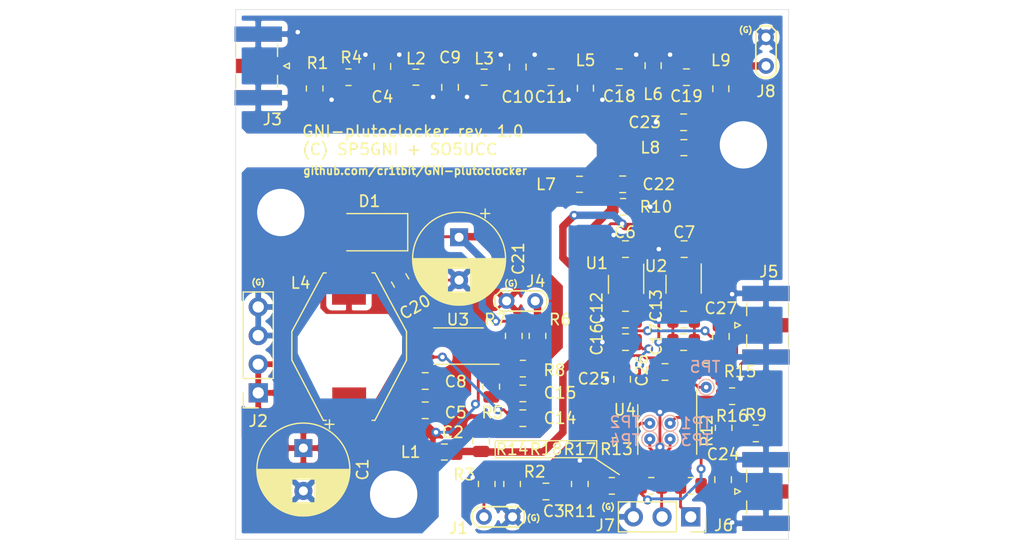
<source format=kicad_pcb>
(kicad_pcb (version 20171130) (host pcbnew 5.1.9)
  (layers (0 F.Cu signal) (31 B.Cu signal) (34 B.Paste user) (35 F.Paste user) (36 B.SilkS user) (37 F.SilkS user) (38 B.Mask user) (39 F.Mask user) (44 Edge.Cuts user))
  (net 0 "")
  (net 1 GND)
  (net 2 +5V)
  (net 3 "Net-(C4-Pad1)")
  (net 4 +3V3)
  (net 5 +1V8)
  (net 6 "Net-(C11-Pad1)")
  (net 7 "Net-(C14-Pad1)")
  (net 8 "Net-(C15-Pad1)")
  (net 9 "Net-(C18-Pad1)")
  (net 10 "Net-(C19-Pad1)")
  (net 11 "Net-(C24-Pad1)")
  (net 12 "Net-(D1-Pad2)")
  (net 13 "Net-(J7-Pad2)")
  (net 14 "Net-(J7-Pad1)")
  (net 15 "Net-(R5-Pad1)")
  (net 16 "Net-(R12-Pad1)")
  (net 17 "Net-(R13-Pad1)")
  (net 18 "Net-(C22-Pad1)")
  (net 19 "Net-(R6-Pad1)")
  (net 20 "Net-(C2-Pad1)")
  (net 21 "Net-(C3-Pad2)")
  (net 22 "Net-(C3-Pad1)")
  (net 23 "Net-(C9-Pad1)")
  (net 24 "Net-(C10-Pad1)")
  (net 25 "Net-(C20-Pad1)")
  (net 26 "Net-(C22-Pad2)")
  (net 27 "Net-(C23-Pad1)")
  (net 28 "Net-(C24-Pad2)")
  (net 29 "Net-(C27-Pad2)")
  (net 30 "Net-(C27-Pad1)")
  (net 31 "Net-(J3-Pad1)")
  (net 32 "Net-(J4-Pad1)")
  (net 33 "Net-(R14-Pad1)")
  (net 34 "Net-(TP3-Pad1)")
  (net 35 "Net-(TP4-Pad1)")
  (net 36 "Net-(TP5-Pad1)")
  (module TestPoint:TestPoint_Pad_D1.0mm (layer B.Cu) (at 122.7 83.5)
    (fp_text reference TP5 (at -0.1 -1.8) (layer B.SilkS) (effects (justify mirror)))
    (fp_text value S0_PAD)
    (pad 1 smd circle (at 0 0) (size 1 1) (layers B.Cu B.Mask) (net 36 "Net-(TP5-Pad1)"))
  )
  (module Resistor_SMD:R_0805_2012Metric (layer F.Cu) (at 127.1 87.6)
    (fp_text reference R9 (at 0 -1.65) (layer F.SilkS))
    (fp_text value 100)
    (pad 2 smd roundrect (at 0.9125 0) (size 1.025 1.4) (layers F.Cu F.Paste F.Mask) (roundrect_rratio 0.243902) (net 1 GND))
    (pad 1 smd roundrect (at -0.9125 0) (size 1.025 1.4) (layers F.Cu F.Paste F.Mask) (roundrect_rratio 0.243902) (net 11 "Net-(C24-Pad1)"))
  )
  (module TestPoint:TestPoint_Pad_D1.0mm (layer B.Cu) (at 117.7 88.1)
    (fp_text reference TP4 (at -2.2 0.1) (layer B.SilkS) (effects (justify mirror)))
    (fp_text value TestPoint_Small)
    (pad 1 smd circle (at 0 0) (size 1 1) (layers B.Cu B.Mask) (net 35 "Net-(TP4-Pad1)"))
  )
  (module TestPoint:TestPoint_Pad_D1.0mm (layer B.Cu) (at 119.5 88.1)
    (fp_text reference TP3 (at 2.3 0.1) (layer B.SilkS) (effects (justify mirror)))
    (fp_text value TestPoint_Small)
    (pad 1 smd circle (at 0 0) (size 1 1) (layers B.Cu B.Mask) (net 34 "Net-(TP3-Pad1)"))
  )
  (module TestPoint:TestPoint_Pad_D1.0mm (layer B.Cu) (at 117.7 86.7)
    (fp_text reference TP2 (at -2.2 -0.1) (layer B.SilkS) (effects (justify mirror)))
    (fp_text value TestPoint_Small)
    (pad 1 smd circle (at 0 0) (size 1 1) (layers B.Cu B.Mask) (net 17 "Net-(R13-Pad1)"))
  )
  (module TestPoint:TestPoint_Pad_D1.0mm (layer B.Cu) (at 119.5 86.7)
    (fp_text reference TP1 (at 2.3 0) (layer B.SilkS) (effects (justify mirror)))
    (fp_text value TestPoint_Small)
    (pad 1 smd circle (at 0 0) (size 1 1) (layers B.Cu B.Mask) (net 16 "Net-(R12-Pad1)"))
  )
  (module Capacitor_THT:CP_Radial_D8.0mm_P3.80mm (layer F.Cu) (at 100.8 70.2 270)
    (fp_text reference C21 (at 1.9 -5.25 90) (layer F.SilkS))
    (fp_text value 22u/25v)
    (pad 2 thru_hole circle (at 3.8 0 270) (size 1.6 1.6) (drill 0.8) (layers *.Cu *.Mask) (net 1 GND))
    (pad 1 thru_hole rect (at 0 0 270) (size 1.6 1.6) (drill 0.8) (layers *.Cu *.Mask) (net 25 "Net-(C20-Pad1)"))
  )
  (module Capacitor_THT:CP_Radial_D8.0mm_P3.80mm (layer F.Cu) (at 87 88.9 270)
    (fp_text reference C1 (at 1.9 -5.25 90) (layer F.SilkS))
    (fp_text value 100u)
    (pad 2 thru_hole circle (at 3.8 0 270) (size 1.6 1.6) (drill 0.8) (layers *.Cu *.Mask) (net 1 GND))
    (pad 1 thru_hole rect (at 0 0 270) (size 1.6 1.6) (drill 0.8) (layers *.Cu *.Mask) (net 2 +5V))
  )
  (module Capacitor_SMD:C_0805_2012Metric (layer F.Cu) (at 102.75 88.25 90)
    (fp_text reference C2 (at 0.75 -2.5 180) (layer F.SilkS))
    (fp_text value 100n)
    (pad 2 smd roundrect (at 0.95 0 90) (size 1 1.45) (layers F.Cu F.Paste F.Mask) (net 1 GND))
    (pad 1 smd roundrect (at -0.95 0 90) (size 1 1.45) (layers F.Cu F.Paste F.Mask) (net 20 "Net-(C2-Pad1)"))
  )
  (module Inductor_SMD:L_0805_2012Metric_Pad1.15x1.40mm_HandSolder (layer F.Cu) (at 99.5 89.25 180)
    (fp_text reference L1 (at 3 0) (layer F.SilkS))
    (fp_text value 2.2uH)
    (pad 2 smd roundrect (at 1.025 0 180) (size 1.15 1.4) (layers F.Cu F.Paste F.Mask) (roundrect_rratio 0.2173904347826087) (net 2 +5V))
    (pad 1 smd roundrect (at -1.025 0 180) (size 1.15 1.4) (layers F.Cu F.Paste F.Mask) (roundrect_rratio 0.2173904347826087) (net 20 "Net-(C2-Pad1)"))
  )
  (module Capacitor_SMD:C_0805_2012Metric (layer F.Cu) (at 120.7 79.5 180)
    (fp_text reference C17 (at 2.45 0.25 90) (layer F.SilkS))
    (fp_text value 10u)
    (pad 2 smd roundrect (at 0.95 0 180) (size 1 1.45) (layers F.Cu F.Paste F.Mask) (net 1 GND))
    (pad 1 smd roundrect (at -0.95 0 180) (size 1 1.45) (layers F.Cu F.Paste F.Mask) (net 5 +1V8))
  )
  (module Capacitor_SMD:C_0805_2012Metric (layer F.Cu) (at 108.5 92.75 180)
    (fp_text reference C3 (at -0.7 -1.75) (layer F.SilkS))
    (fp_text value 10n)
    (pad 2 smd roundrect (at 0.95 0 180) (size 1 1.45) (layers F.Cu F.Paste F.Mask) (net 21 "Net-(C3-Pad2)"))
    (pad 1 smd roundrect (at -0.95 0 180) (size 1 1.45) (layers F.Cu F.Paste F.Mask) (net 22 "Net-(C3-Pad1)"))
  )
  (module Capacitor_SMD:C_0805_2012Metric (layer F.Cu) (at 115.55 77.5 180)
    (fp_text reference C12 (at 2.55 1 90) (layer F.SilkS))
    (fp_text value 100n)
    (pad 2 smd roundrect (at 0.95 0 180) (size 1 1.45) (layers F.Cu F.Paste F.Mask) (net 1 GND))
    (pad 1 smd roundrect (at -0.95 0 180) (size 1 1.45) (layers F.Cu F.Paste F.Mask) (net 4 +3V3))
  )
  (module Capacitor_SMD:C_0805_2012Metric (layer F.Cu) (at 115.55 79.5 180)
    (fp_text reference C16 (at 2.55 0.25 90) (layer F.SilkS))
    (fp_text value 10u)
    (pad 2 smd roundrect (at 0.95 0 180) (size 1 1.45) (layers F.Cu F.Paste F.Mask) (net 1 GND))
    (pad 1 smd roundrect (at -0.95 0 180) (size 1 1.45) (layers F.Cu F.Paste F.Mask) (net 4 +3V3))
  )
  (module Package_TO_SOT_SMD:SOT-23-5 (layer F.Cu) (at 115.6 74.3875 270)
    (fp_text reference U1 (at -1.8875 2.6 180) (layer F.SilkS))
    (fp_text value MIC5504-3.3YM5)
    (pad 5 smd roundrect (at 1.1375 -0.95 270) (size 1.325 0.6) (layers F.Cu F.Paste F.Mask) (net 4 +3V3))
    (pad 4 smd roundrect (at 1.1375 0.95 270) (size 1.325 0.6) (layers F.Cu F.Paste F.Mask))
    (pad 3 smd roundrect (at -1.1375 0.95 270) (size 1.325 0.6) (layers F.Cu F.Paste F.Mask) (net 20 "Net-(C2-Pad1)"))
    (pad 2 smd roundrect (at -1.1375 0 270) (size 1.325 0.6) (layers F.Cu F.Paste F.Mask) (net 1 GND))
    (pad 1 smd roundrect (at -1.1375 -0.95 270) (size 1.325 0.6) (layers F.Cu F.Paste F.Mask) (net 20 "Net-(C2-Pad1)"))
  )
  (module Capacitor_SMD:C_0805_2012Metric (layer F.Cu) (at 115.55 71.25 180)
    (fp_text reference C6 (at 0.05 1.5) (layer F.SilkS))
    (fp_text value 10u)
    (pad 2 smd roundrect (at 0.95 0 180) (size 1 1.45) (layers F.Cu F.Paste F.Mask) (net 1 GND))
    (pad 1 smd roundrect (at -0.95 0 180) (size 1 1.45) (layers F.Cu F.Paste F.Mask) (net 20 "Net-(C2-Pad1)"))
  )
  (module Resistor_SMD:R_0805_2012Metric (layer F.Cu) (at 125 84.3)
    (fp_text reference R16 (at 0 1.75) (layer F.SilkS))
    (fp_text value 1k)
    (pad 2 smd roundrect (at 0.9125 0) (size 1.025 1.4) (layers F.Cu F.Paste F.Mask) (roundrect_rratio 0.2439004878048781) (net 1 GND))
    (pad 1 smd roundrect (at -0.9125 0) (size 1.025 1.4) (layers F.Cu F.Paste F.Mask) (roundrect_rratio 0.2439004878048781) (net 30 "Net-(C27-Pad1)"))
  )
  (module Capacitor_SMD:C_0805_2012Metric (layer F.Cu) (at 97.8 85.55)
    (fp_text reference C5 (at 2.7 0.2) (layer F.SilkS))
    (fp_text value 10u)
    (pad 2 smd roundrect (at 0.95 0) (size 1 1.45) (layers F.Cu F.Paste F.Mask) (net 1 GND))
    (pad 1 smd roundrect (at -0.95 0) (size 1 1.45) (layers F.Cu F.Paste F.Mask) (net 2 +5V))
  )
  (module Package_SO:TSSOP-14_4.4x5mm_P0.65mm (layer F.Cu) (at 119.25 87.25 270)
    (fp_text reference U4 (at -1.75 3.75 180) (layer F.SilkS))
    (fp_text value CDCE913)
    (pad 14 smd roundrect (at 2.8625 -1.95 270) (size 1.475 0.4) (layers F.Cu F.Paste F.Mask))
    (pad 13 smd roundrect (at 2.8625 -1.3 270) (size 1.475 0.4) (layers F.Cu F.Paste F.Mask) (net 14 "Net-(J7-Pad1)"))
    (pad 12 smd roundrect (at 2.8625 -0.65 270) (size 1.475 0.4) (layers F.Cu F.Paste F.Mask) (net 13 "Net-(J7-Pad2)"))
    (pad 11 smd roundrect (at 2.8625 0 270) (size 1.475 0.4) (layers F.Cu F.Paste F.Mask) (net 34 "Net-(TP3-Pad1)"))
    (pad 10 smd roundrect (at 2.8625 0.65 270) (size 1.475 0.4) (layers F.Cu F.Paste F.Mask) (net 1 GND))
    (pad 9 smd roundrect (at 2.8625 1.3 270) (size 1.475 0.4) (layers F.Cu F.Paste F.Mask) (net 35 "Net-(TP4-Pad1)"))
    (pad 8 smd roundrect (at 2.8625 1.95 270) (size 1.475 0.4) (layers F.Cu F.Paste F.Mask) (net 33 "Net-(R14-Pad1)"))
    (pad 7 smd roundrect (at -2.8625 1.95 270) (size 1.475 0.4) (layers F.Cu F.Paste F.Mask) (net 4 +3V3))
    (pad 6 smd roundrect (at -2.8625 1.3 270) (size 1.475 0.4) (layers F.Cu F.Paste F.Mask) (net 4 +3V3))
    (pad 5 smd roundrect (at -2.8625 0.65 270) (size 1.475 0.4) (layers F.Cu F.Paste F.Mask) (net 1 GND))
    (pad 4 smd roundrect (at -2.8625 0 270) (size 1.475 0.4) (layers F.Cu F.Paste F.Mask))
    (pad 3 smd roundrect (at -2.8625 -0.65 270) (size 1.475 0.4) (layers F.Cu F.Paste F.Mask) (net 5 +1V8))
    (pad 2 smd roundrect (at -2.8625 -1.3 270) (size 1.475 0.4) (layers F.Cu F.Paste F.Mask) (net 36 "Net-(TP5-Pad1)"))
    (pad 1 smd roundrect (at -2.8625 -1.95 270) (size 1.475 0.4) (layers F.Cu F.Paste F.Mask) (net 30 "Net-(C27-Pad1)"))
  )
  (module Connector_PinSocket_2.54mm:PinSocket_1x03_P2.54mm_Vertical (layer F.Cu) (at 121.33 95 270)
    (fp_text reference J7 (at 0.75 7.58 180) (layer F.SilkS))
    (fp_text value I2C_PROG)
    (pad 3 thru_hole oval (at 0 5.08 270) (size 1.7 1.7) (drill 1) (layers *.Cu *.Mask) (net 1 GND))
    (pad 2 thru_hole oval (at 0 2.54 270) (size 1.7 1.7) (drill 1) (layers *.Cu *.Mask) (net 13 "Net-(J7-Pad2)"))
    (pad 1 thru_hole rect (at 0 0 270) (size 1.7 1.7) (drill 1) (layers *.Cu *.Mask) (net 14 "Net-(J7-Pad1)"))
  )
  (module Inductor_SMD:L_Fastron_PISN_Handsoldering (layer F.Cu) (at 91.05 79.85 270)
    (fp_text reference L4 (at -5.6 4.3 180) (layer F.SilkS))
    (fp_text value 6.8uH)
    (pad 1 smd rect (at 5.67 -0.01 270) (size 4 3) (layers F.Cu F.Paste F.Mask) (net 2 +5V))
    (pad 2 smd rect (at -5.67 0.01 270) (size 4 3) (layers F.Cu F.Paste F.Mask) (net 12 "Net-(D1-Pad2)"))
  )
  (module TestPoint:TestPoint_2Pads_Pitch2.54mm_Drill0.8mm (layer F.Cu) (at 107.55 75.85 180)
    (fp_text reference J4 (at -0.05 1.75) (layer F.SilkS))
    (fp_text value 18V_ENA)
    (pad 2 thru_hole circle (at 2.54 0 180) (size 1.4 1.4) (drill 0.8) (layers *.Cu *.Mask) (net 1 GND))
    (pad 1 thru_hole circle (at 0 0 180) (size 1.4 1.4) (drill 0.8) (layers *.Cu *.Mask) (net 32 "Net-(J4-Pad1)"))
  )
  (module Package_SO:TSSOP-8_4.4x3mm_P0.65mm (layer F.Cu) (at 100.75 79.85 180)
    (fp_text reference U3 (at 0.05 2.35) (layer F.SilkS))
    (fp_text value TPS61085)
    (pad 8 smd roundrect (at 2.8625 -0.975 180) (size 1.475 0.4) (layers F.Cu F.Paste F.Mask) (net 7 "Net-(C14-Pad1)"))
    (pad 7 smd roundrect (at 2.8625 -0.325 180) (size 1.475 0.4) (layers F.Cu F.Paste F.Mask) (net 2 +5V))
    (pad 6 smd roundrect (at 2.8625 0.325 180) (size 1.475 0.4) (layers F.Cu F.Paste F.Mask) (net 2 +5V))
    (pad 5 smd roundrect (at 2.8625 0.975 180) (size 1.475 0.4) (layers F.Cu F.Paste F.Mask) (net 12 "Net-(D1-Pad2)"))
    (pad 4 smd roundrect (at -2.8625 0.975 180) (size 1.475 0.4) (layers F.Cu F.Paste F.Mask) (net 1 GND))
    (pad 3 smd roundrect (at -2.8625 0.325 180) (size 1.475 0.4) (layers F.Cu F.Paste F.Mask) (net 2 +5V))
    (pad 2 smd roundrect (at -2.8625 -0.325 180) (size 1.475 0.4) (layers F.Cu F.Paste F.Mask) (net 19 "Net-(R6-Pad1)"))
    (pad 1 smd roundrect (at -2.8625 -0.975 180) (size 1.475 0.4) (layers F.Cu F.Paste F.Mask) (net 15 "Net-(R5-Pad1)"))
  )
  (module Package_TO_SOT_SMD:SOT-23-5 (layer F.Cu) (at 120.7 74.3625 270)
    (fp_text reference U2 (at -1.6125 2.45 180) (layer F.SilkS))
    (fp_text value MIC5504-1.8YM5)
    (pad 5 smd roundrect (at 1.1375 -0.95 270) (size 1.325 0.6) (layers F.Cu F.Paste F.Mask) (net 5 +1V8))
    (pad 4 smd roundrect (at 1.1375 0.95 270) (size 1.325 0.6) (layers F.Cu F.Paste F.Mask))
    (pad 3 smd roundrect (at -1.1375 0.95 270) (size 1.325 0.6) (layers F.Cu F.Paste F.Mask) (net 20 "Net-(C2-Pad1)"))
    (pad 2 smd roundrect (at -1.1375 0 270) (size 1.325 0.6) (layers F.Cu F.Paste F.Mask) (net 1 GND))
    (pad 1 smd roundrect (at -1.1375 -0.95 270) (size 1.325 0.6) (layers F.Cu F.Paste F.Mask) (net 20 "Net-(C2-Pad1)"))
  )
  (module Resistor_SMD:R_0805_2012Metric (layer F.Cu) (at 117.8375 92.25)
    (fp_text reference R18 (at -9.3375 -3.25) (layer F.SilkS))
    (fp_text value DNP)
    (pad 2 smd roundrect (at 0.9125 0) (size 1.025 1.4) (layers F.Cu F.Paste F.Mask) (roundrect_rratio 0.2439004878048781) (net 13 "Net-(J7-Pad2)"))
    (pad 1 smd roundrect (at -0.9125 0) (size 1.025 1.4) (layers F.Cu F.Paste F.Mask) (roundrect_rratio 0.2439004878048781) (net 4 +3V3))
  )
  (module Resistor_SMD:R_0805_2012Metric (layer F.Cu) (at 121.3375 92.25 180)
    (fp_text reference R17 (at 9.8375 3.25) (layer F.SilkS))
    (fp_text value DNP)
    (pad 2 smd roundrect (at 0.9125 0 180) (size 1.025 1.4) (layers F.Cu F.Paste F.Mask) (roundrect_rratio 0.2439004878048781) (net 14 "Net-(J7-Pad1)"))
    (pad 1 smd roundrect (at -0.9125 0 180) (size 1.025 1.4) (layers F.Cu F.Paste F.Mask) (roundrect_rratio 0.2439004878048781) (net 4 +3V3))
  )
  (module Resistor_SMD:R_0805_2012Metric (layer F.Cu) (at 122.7 82.1)
    (fp_text reference R15 (at 3 0) (layer F.SilkS))
    (fp_text value 1k)
    (pad 2 smd roundrect (at 0.9125 0) (size 1.025 1.4) (layers F.Cu F.Paste F.Mask) (roundrect_rratio 0.2439004878048781) (net 30 "Net-(C27-Pad1)"))
    (pad 1 smd roundrect (at -0.9125 0) (size 1.025 1.4) (layers F.Cu F.Paste F.Mask) (roundrect_rratio 0.2439004878048781) (net 5 +1V8))
  )
  (module Resistor_SMD:R_0805_2012Metric (layer F.Cu) (at 114.3375 92.25 180)
    (fp_text reference R14 (at 8.8375 3.25) (layer F.SilkS))
    (fp_text value 22)
    (pad 2 smd roundrect (at 0.9125 0 180) (size 1.025 1.4) (layers F.Cu F.Paste F.Mask) (roundrect_rratio 0.2439004878048781) (net 22 "Net-(C3-Pad1)"))
    (pad 1 smd roundrect (at -0.9125 0 180) (size 1.025 1.4) (layers F.Cu F.Paste F.Mask) (roundrect_rratio 0.2439004878048781) (net 33 "Net-(R14-Pad1)"))
  )
  (module Resistor_SMD:R_0805_2012Metric (layer F.Cu) (at 114.5875 87.25 180)
    (fp_text reference R13 (at -0.1625 -1.75) (layer F.SilkS))
    (fp_text value 22)
    (pad 2 smd roundrect (at 0.9125 0 180) (size 1.025 1.4) (layers F.Cu F.Paste F.Mask) (roundrect_rratio 0.2439004878048781) (net 18 "Net-(C22-Pad1)"))
    (pad 1 smd roundrect (at -0.9125 0 180) (size 1.025 1.4) (layers F.Cu F.Paste F.Mask) (roundrect_rratio 0.2439004878048781) (net 17 "Net-(R13-Pad1)"))
  )
  (module Resistor_SMD:R_0805_2012Metric (layer F.Cu) (at 124.25 87.1 270)
    (fp_text reference R12 (at 0.25 1.5 90) (layer F.SilkS))
    (fp_text value 22)
    (pad 2 smd roundrect (at 0.9125 0 270) (size 1.025 1.4) (layers F.Cu F.Paste F.Mask) (roundrect_rratio 0.2439004878048781) (net 11 "Net-(C24-Pad1)"))
    (pad 1 smd roundrect (at -0.9125 0 270) (size 1.025 1.4) (layers F.Cu F.Paste F.Mask) (roundrect_rratio 0.2439004878048781) (net 16 "Net-(R12-Pad1)"))
  )
  (module Resistor_SMD:R_0805_2012Metric (layer F.Cu) (at 111.5 92.0875 90)
    (fp_text reference R11 (at -2.4125 0 180) (layer F.SilkS))
    (fp_text value 100)
    (pad 2 smd roundrect (at 0.9125 0 90) (size 1.025 1.4) (layers F.Cu F.Paste F.Mask) (roundrect_rratio 0.2439004878048781) (net 1 GND))
    (pad 1 smd roundrect (at -0.9125 0 90) (size 1.025 1.4) (layers F.Cu F.Paste F.Mask) (roundrect_rratio 0.2439004878048781) (net 22 "Net-(C3-Pad1)"))
  )
  (module Resistor_SMD:R_0805_2012Metric (layer F.Cu) (at 115.3375 67.5)
    (fp_text reference R10 (at 2.9125 0) (layer F.SilkS))
    (fp_text value 100)
    (pad 2 smd roundrect (at 0.9125 0) (size 1.025 1.4) (layers F.Cu F.Paste F.Mask) (roundrect_rratio 0.2439004878048781) (net 1 GND))
    (pad 1 smd roundrect (at -0.9125 0) (size 1.025 1.4) (layers F.Cu F.Paste F.Mask) (roundrect_rratio 0.2439004878048781) (net 18 "Net-(C22-Pad1)"))
  )
  (module Resistor_SMD:R_0805_2012Metric (layer F.Cu) (at 106.45 81.85)
    (fp_text reference R8 (at 2.8 0.15) (layer F.SilkS))
    (fp_text value 27k)
    (pad 2 smd roundrect (at 0.9125 0) (size 1.025 1.4) (layers F.Cu F.Paste F.Mask) (roundrect_rratio 0.2439004878048781) (net 1 GND))
    (pad 1 smd roundrect (at -0.9125 0) (size 1.025 1.4) (layers F.Cu F.Paste F.Mask) (roundrect_rratio 0.2439004878048781) (net 19 "Net-(R6-Pad1)"))
  )
  (module Resistor_SMD:R_0805_2012Metric (layer F.Cu) (at 105.65 78.95 270)
    (fp_text reference R7 (at -1.45 1.65 180) (layer F.SilkS))
    (fp_text value 240k)
    (pad 2 smd roundrect (at 0.9125 0 270) (size 1.025 1.4) (layers F.Cu F.Paste F.Mask) (roundrect_rratio 0.2439004878048781) (net 19 "Net-(R6-Pad1)"))
    (pad 1 smd roundrect (at -0.9125 0 270) (size 1.025 1.4) (layers F.Cu F.Paste F.Mask) (roundrect_rratio 0.2439004878048781) (net 25 "Net-(C20-Pad1)"))
  )
  (module Resistor_SMD:R_0805_2012Metric (layer F.Cu) (at 107.75 78.95 90)
    (fp_text reference R6 (at 1.45 2 180) (layer F.SilkS))
    (fp_text value 56k)
    (pad 2 smd roundrect (at 0.9125 0 90) (size 1.025 1.4) (layers F.Cu F.Paste F.Mask) (roundrect_rratio 0.2439004878048781) (net 32 "Net-(J4-Pad1)"))
    (pad 1 smd roundrect (at -0.9125 0 90) (size 1.025 1.4) (layers F.Cu F.Paste F.Mask) (roundrect_rratio 0.2439004878048781) (net 19 "Net-(R6-Pad1)"))
  )
  (module Resistor_SMD:R_0805_2012Metric (layer F.Cu) (at 103.65 83.45 270)
    (fp_text reference R5 (at 2.3 -0.1 180) (layer F.SilkS))
    (fp_text value 56k)
    (pad 2 smd roundrect (at 0.9125 0 270) (size 1.025 1.4) (layers F.Cu F.Paste F.Mask) (roundrect_rratio 0.2439004878048781) (net 8 "Net-(C15-Pad1)"))
    (pad 1 smd roundrect (at -0.9125 0 270) (size 1.025 1.4) (layers F.Cu F.Paste F.Mask) (roundrect_rratio 0.2439004878048781) (net 15 "Net-(R5-Pad1)"))
  )
  (module Resistor_SMD:R_0805_2012Metric (layer F.Cu) (at 91 56 180)
    (fp_text reference R4 (at -0.25 1.75) (layer F.SilkS))
    (fp_text value 220)
    (pad 2 smd roundrect (at 0.9125 0 180) (size 1.025 1.4) (layers F.Cu F.Paste F.Mask) (roundrect_rratio 0.2439004878048781) (net 31 "Net-(J3-Pad1)"))
    (pad 1 smd roundrect (at -0.9125 0 180) (size 1.025 1.4) (layers F.Cu F.Paste F.Mask) (roundrect_rratio 0.2439004878048781) (net 3 "Net-(C4-Pad1)"))
  )
  (module Resistor_SMD:R_0805_2012Metric (layer F.Cu) (at 103.25 92.0875 90)
    (fp_text reference R3 (at 0.8375 -2 180) (layer F.SilkS))
    (fp_text value DNP)
    (pad 2 smd roundrect (at 0.9125 0 90) (size 1.025 1.4) (layers F.Cu F.Paste F.Mask) (roundrect_rratio 0.2439004878048781) (net 1 GND))
    (pad 1 smd roundrect (at -0.9125 0 90) (size 1.025 1.4) (layers F.Cu F.Paste F.Mask) (roundrect_rratio 0.2439004878048781) (net 21 "Net-(C3-Pad2)"))
  )
  (module Resistor_SMD:R_0805_2012Metric (layer F.Cu) (at 105.5 92.0875 270)
    (fp_text reference R2 (at -1.0875 -2 180) (layer F.SilkS))
    (fp_text value DNP)
    (pad 2 smd roundrect (at 0.9125 0 270) (size 1.025 1.4) (layers F.Cu F.Paste F.Mask) (roundrect_rratio 0.2439004878048781) (net 21 "Net-(C3-Pad2)"))
    (pad 1 smd roundrect (at -0.9125 0 270) (size 1.025 1.4) (layers F.Cu F.Paste F.Mask) (roundrect_rratio 0.2439004878048781) (net 5 +1V8))
  )
  (module Resistor_SMD:R_0805_2012Metric (layer F.Cu) (at 88 57 270)
    (fp_text reference R1 (at -2.25 -0.25 180) (layer F.SilkS))
    (fp_text value 68)
    (pad 2 smd roundrect (at 0.9125 0 270) (size 1.025 1.4) (layers F.Cu F.Paste F.Mask) (roundrect_rratio 0.2439004878048781) (net 1 GND))
    (pad 1 smd roundrect (at -0.9125 0 270) (size 1.025 1.4) (layers F.Cu F.Paste F.Mask) (roundrect_rratio 0.2439004878048781) (net 31 "Net-(J3-Pad1)"))
  )
  (module Inductor_SMD:L_0805_2012Metric_Pad1.15x1.40mm_HandSolder (layer F.Cu) (at 124 57.025 90)
    (fp_text reference L9 (at 2.525 0 180) (layer F.SilkS))
    (fp_text value 100nH)
    (pad 2 smd roundrect (at 1.025 0 90) (size 1.15 1.4) (layers F.Cu F.Paste F.Mask) (roundrect_rratio 0.2173904347826087) (net 10 "Net-(C19-Pad1)"))
    (pad 1 smd roundrect (at -1.025 0 90) (size 1.15 1.4) (layers F.Cu F.Paste F.Mask) (roundrect_rratio 0.2173904347826087) (net 27 "Net-(C23-Pad1)"))
  )
  (module Inductor_SMD:L_0805_2012Metric_Pad1.15x1.40mm_HandSolder (layer F.Cu) (at 120.725 62.25)
    (fp_text reference L8 (at -2.975 0) (layer F.SilkS))
    (fp_text value 100nH)
    (pad 2 smd roundrect (at 1.025 0) (size 1.15 1.4) (layers F.Cu F.Paste F.Mask) (roundrect_rratio 0.2173904347826087) (net 27 "Net-(C23-Pad1)"))
    (pad 1 smd roundrect (at -1.025 0) (size 1.15 1.4) (layers F.Cu F.Paste F.Mask) (roundrect_rratio 0.2173904347826087) (net 26 "Net-(C22-Pad2)"))
  )
  (module Inductor_SMD:L_0805_2012Metric_Pad1.15x1.40mm_HandSolder (layer F.Cu) (at 111.475 65.5)
    (fp_text reference L7 (at -2.975 0) (layer F.SilkS))
    (fp_text value 2.2uH)
    (pad 2 smd roundrect (at 1.025 0) (size 1.15 1.4) (layers F.Cu F.Paste F.Mask) (roundrect_rratio 0.2173904347826087) (net 26 "Net-(C22-Pad2)"))
    (pad 1 smd roundrect (at -1.025 0) (size 1.15 1.4) (layers F.Cu F.Paste F.Mask) (roundrect_rratio 0.2173904347826087) (net 25 "Net-(C20-Pad1)"))
  )
  (module Inductor_SMD:L_0805_2012Metric_Pad1.15x1.40mm_HandSolder (layer F.Cu) (at 118 54.975 270)
    (fp_text reference L6 (at 2.525 0 180) (layer F.SilkS))
    (fp_text value 10nH)
    (pad 2 smd roundrect (at 1.025 0 270) (size 1.15 1.4) (layers F.Cu F.Paste F.Mask) (roundrect_rratio 0.2173904347826087) (net 9 "Net-(C18-Pad1)"))
    (pad 1 smd roundrect (at -1.025 0 270) (size 1.15 1.4) (layers F.Cu F.Paste F.Mask) (roundrect_rratio 0.2173904347826087) (net 1 GND))
  )
  (module Inductor_SMD:L_0805_2012Metric_Pad1.15x1.40mm_HandSolder (layer F.Cu) (at 112 56.975 90)
    (fp_text reference L5 (at 2.475 0 180) (layer F.SilkS))
    (fp_text value 10nH)
    (pad 2 smd roundrect (at 1.025 0 90) (size 1.15 1.4) (layers F.Cu F.Paste F.Mask) (roundrect_rratio 0.2173904347826087) (net 6 "Net-(C11-Pad1)"))
    (pad 1 smd roundrect (at -1.025 0 90) (size 1.15 1.4) (layers F.Cu F.Paste F.Mask) (roundrect_rratio 0.2173904347826087) (net 1 GND))
  )
  (module Inductor_SMD:L_0805_2012Metric_Pad1.15x1.40mm_HandSolder (layer F.Cu) (at 103.025 56)
    (fp_text reference L3 (at 0 -1.65) (layer F.SilkS))
    (fp_text value 15nH)
    (pad 2 smd roundrect (at 1.025 0) (size 1.15 1.4) (layers F.Cu F.Paste F.Mask) (roundrect_rratio 0.2173904347826087) (net 24 "Net-(C10-Pad1)"))
    (pad 1 smd roundrect (at -1.025 0) (size 1.15 1.4) (layers F.Cu F.Paste F.Mask) (roundrect_rratio 0.2173904347826087) (net 23 "Net-(C9-Pad1)"))
  )
  (module Inductor_SMD:L_0805_2012Metric_Pad1.15x1.40mm_HandSolder (layer F.Cu) (at 96.975 56)
    (fp_text reference L2 (at 0 -1.65) (layer F.SilkS))
    (fp_text value 15nH)
    (pad 2 smd roundrect (at 1.025 0) (size 1.15 1.4) (layers F.Cu F.Paste F.Mask) (roundrect_rratio 0.2173904347826087) (net 23 "Net-(C9-Pad1)"))
    (pad 1 smd roundrect (at -1.025 0) (size 1.15 1.4) (layers F.Cu F.Paste F.Mask) (roundrect_rratio 0.2173904347826087) (net 3 "Net-(C4-Pad1)"))
  )
  (module Connector_Coaxial:SMA_Samtec_SMA-J-P-X-ST-EM1_EdgeMount (layer F.Cu) (at 128 92.75 90)
    (fp_text reference J6 (at -3 -3.75 180) (layer F.SilkS))
    (fp_text value F_OUT)
    (pad 1 smd rect (at 0 0.2 90) (size 1.27 3.6) (layers F.Cu F.Paste F.Mask) (net 28 "Net-(C24-Pad2)"))
    (pad 2 smd rect (at 2.825 0 90) (size 1.35 4.2) (layers F.Cu F.Paste F.Mask) (net 1 GND))
    (pad 2 smd rect (at -2.825 0 90) (size 1.35 4.2) (layers F.Cu F.Paste F.Mask) (net 1 GND))
    (pad 2 smd rect (at 2.825 0 90) (size 1.35 4.2) (layers B.Cu B.Paste B.Mask) (net 1 GND))
    (pad 2 smd rect (at -2.825 0 90) (size 1.35 4.2) (layers B.Cu B.Paste B.Mask) (net 1 GND))
  )
  (module TestPoint:TestPoint_2Pads_Pitch2.54mm_Drill0.8mm (layer F.Cu) (at 128 55 90)
    (fp_text reference J8 (at -2.25 0 180) (layer F.SilkS))
    (fp_text value LNB_OUT)
    (pad 2 thru_hole circle (at 2.54 0 90) (size 1.4 1.4) (drill 0.8) (layers *.Cu *.Mask) (net 1 GND))
    (pad 1 thru_hole circle (at 0 0 90) (size 1.4 1.4) (drill 0.8) (layers *.Cu *.Mask) (net 10 "Net-(C19-Pad1)"))
  )
  (module Connector_Coaxial:SMA_Samtec_SMA-J-P-X-ST-EM1_EdgeMount (layer F.Cu) (at 128 78 90)
    (fp_text reference J5 (at 4.75 0.25 180) (layer F.SilkS))
    (fp_text value 10MHZ_IN)
    (pad 1 smd rect (at 0 0.2 90) (size 1.27 3.6) (layers F.Cu F.Paste F.Mask) (net 29 "Net-(C27-Pad2)"))
    (pad 2 smd rect (at 2.825 0 90) (size 1.35 4.2) (layers F.Cu F.Paste F.Mask) (net 1 GND))
    (pad 2 smd rect (at -2.825 0 90) (size 1.35 4.2) (layers F.Cu F.Paste F.Mask) (net 1 GND))
    (pad 2 smd rect (at 2.825 0 90) (size 1.35 4.2) (layers B.Cu B.Paste B.Mask) (net 1 GND))
    (pad 2 smd rect (at -2.825 0 90) (size 1.35 4.2) (layers B.Cu B.Paste B.Mask) (net 1 GND))
  )
  (module TestPoint:TestPoint_2Pads_Pitch2.54mm_Drill0.8mm (layer F.Cu) (at 103 95)
    (fp_text reference J1 (at -2.25 1) (layer F.SilkS))
    (fp_text value PLUTO_40MHZ_IN)
    (pad 2 thru_hole circle (at 2.54 0) (size 1.4 1.4) (drill 0.8) (layers *.Cu *.Mask) (net 1 GND))
    (pad 1 thru_hole circle (at 0 0) (size 1.4 1.4) (drill 0.8) (layers *.Cu *.Mask) (net 21 "Net-(C3-Pad2)"))
  )
  (module Connector_PinSocket_2.54mm:PinSocket_1x04_P2.54mm_Vertical (layer F.Cu) (at 83 84 180)
    (fp_text reference J2 (at 0 -2.5) (layer F.SilkS))
    (fp_text value PLUTO_5V)
    (pad 4 thru_hole oval (at 0 7.62 180) (size 1.7 1.7) (drill 1) (layers *.Cu *.Mask) (net 1 GND))
    (pad 3 thru_hole oval (at 0 5.08 180) (size 1.7 1.7) (drill 1) (layers *.Cu *.Mask) (net 1 GND))
    (pad 2 thru_hole oval (at 0 2.54 180) (size 1.7 1.7) (drill 1) (layers *.Cu *.Mask) (net 2 +5V))
    (pad 1 thru_hole rect (at 0 0 180) (size 1.7 1.7) (drill 1) (layers *.Cu *.Mask) (net 2 +5V))
  )
  (module Connector_Coaxial:SMA_Samtec_SMA-J-P-X-ST-EM1_EdgeMount (layer F.Cu) (at 83 55 270)
    (fp_text reference J3 (at 4.75 -1.25 180) (layer F.SilkS))
    (fp_text value PLUTO_RF_IN)
    (pad 1 smd rect (at 0 0.2 270) (size 1.27 3.6) (layers F.Cu F.Paste F.Mask) (net 31 "Net-(J3-Pad1)"))
    (pad 2 smd rect (at 2.825 0 270) (size 1.35 4.2) (layers F.Cu F.Paste F.Mask) (net 1 GND))
    (pad 2 smd rect (at -2.825 0 270) (size 1.35 4.2) (layers F.Cu F.Paste F.Mask) (net 1 GND))
    (pad 2 smd rect (at 2.825 0 270) (size 1.35 4.2) (layers B.Cu B.Paste B.Mask) (net 1 GND))
    (pad 2 smd rect (at -2.825 0 270) (size 1.35 4.2) (layers B.Cu B.Paste B.Mask) (net 1 GND))
  )
  (module Diode_SMD:D_SMA (layer F.Cu) (at 92.85 69.75 180)
    (fp_text reference D1 (at 0 2.75) (layer F.SilkS))
    (fp_text value D_Schottky)
    (pad 2 smd rect (at 2 0 180) (size 2.5 1.8) (layers F.Cu F.Paste F.Mask) (net 12 "Net-(D1-Pad2)"))
    (pad 1 smd rect (at -2 0 180) (size 2.5 1.8) (layers F.Cu F.Paste F.Mask) (net 25 "Net-(C20-Pad1)"))
  )
  (module Capacitor_SMD:C_0805_2012Metric (layer F.Cu) (at 124 79 90)
    (fp_text reference C27 (at 2.5 0 180) (layer F.SilkS))
    (fp_text value 10n)
    (pad 2 smd roundrect (at 0.95 0 90) (size 1 1.45) (layers F.Cu F.Paste F.Mask) (net 29 "Net-(C27-Pad2)"))
    (pad 1 smd roundrect (at -0.95 0 90) (size 1 1.45) (layers F.Cu F.Paste F.Mask) (net 30 "Net-(C27-Pad1)"))
  )
  (module Capacitor_SMD:C_0805_2012Metric (layer F.Cu) (at 124.2 91.7 270)
    (fp_text reference C24 (at -2.25 0 180) (layer F.SilkS))
    (fp_text value 10n)
    (pad 2 smd roundrect (at 0.95 0 270) (size 1 1.45) (layers F.Cu F.Paste F.Mask) (net 28 "Net-(C24-Pad2)"))
    (pad 1 smd roundrect (at -0.95 0 270) (size 1 1.45) (layers F.Cu F.Paste F.Mask) (net 11 "Net-(C24-Pad1)"))
  )
  (module Capacitor_SMD:C_0805_2012Metric (layer F.Cu) (at 119.05 82.15)
    (fp_text reference C26 (at -2.05 -0.15 90) (layer F.SilkS))
    (fp_text value 100n)
    (pad 2 smd roundrect (at 0.95 0) (size 1 1.45) (layers F.Cu F.Paste F.Mask) (net 5 +1V8))
    (pad 1 smd roundrect (at -0.95 0) (size 1 1.45) (layers F.Cu F.Paste F.Mask) (net 1 GND))
  )
  (module Capacitor_SMD:C_0805_2012Metric (layer F.Cu) (at 115.25 82.8 90)
    (fp_text reference C25 (at 0.05 -2.5 180) (layer F.SilkS))
    (fp_text value 100n)
    (pad 2 smd roundrect (at 0.95 0 90) (size 1 1.45) (layers F.Cu F.Paste F.Mask) (net 1 GND))
    (pad 1 smd roundrect (at -0.95 0 90) (size 1 1.45) (layers F.Cu F.Paste F.Mask) (net 4 +3V3))
  )
  (module Capacitor_SMD:C_0805_2012Metric (layer F.Cu) (at 115.3 65.5 180)
    (fp_text reference C22 (at -3.2 0) (layer F.SilkS))
    (fp_text value 10n)
    (pad 2 smd roundrect (at 0.95 0 180) (size 1 1.45) (layers F.Cu F.Paste F.Mask) (net 26 "Net-(C22-Pad2)"))
    (pad 1 smd roundrect (at -0.95 0 180) (size 1 1.45) (layers F.Cu F.Paste F.Mask) (net 18 "Net-(C22-Pad1)"))
  )
  (module Capacitor_SMD:C_0805_2012Metric (layer F.Cu) (at 120.7 60 180)
    (fp_text reference C23 (at 3.45 0) (layer F.SilkS))
    (fp_text value 68p)
    (pad 2 smd roundrect (at 0.95 0 180) (size 1 1.45) (layers F.Cu F.Paste F.Mask) (net 1 GND))
    (pad 1 smd roundrect (at -0.95 0 180) (size 1 1.45) (layers F.Cu F.Paste F.Mask) (net 27 "Net-(C23-Pad1)"))
  )
  (module Capacitor_SMD:C_0805_2012Metric (layer F.Cu) (at 95.575 74.027276 300)
    (fp_text reference C20 (at 2.717339 0.038878 210) (layer F.SilkS))
    (fp_text value 100n)
    (pad 2 smd roundrect (at 0.95 0 300) (size 1 1.45) (layers F.Cu F.Paste F.Mask) (net 1 GND))
    (pad 1 smd roundrect (at -0.95 0 300) (size 1 1.45) (layers F.Cu F.Paste F.Mask) (net 25 "Net-(C20-Pad1)"))
  )
  (module Capacitor_SMD:C_0805_2012Metric (layer F.Cu) (at 120.95 56 180)
    (fp_text reference C19 (at 0 -1.68) (layer F.SilkS))
    (fp_text value 2p7)
    (pad 2 smd roundrect (at 0.95 0 180) (size 1 1.45) (layers F.Cu F.Paste F.Mask) (net 9 "Net-(C18-Pad1)"))
    (pad 1 smd roundrect (at -0.95 0 180) (size 1 1.45) (layers F.Cu F.Paste F.Mask) (net 10 "Net-(C19-Pad1)"))
  )
  (module Capacitor_SMD:C_0805_2012Metric (layer F.Cu) (at 115 56 180)
    (fp_text reference C18 (at 0 -1.68) (layer F.SilkS))
    (fp_text value 1p2)
    (pad 2 smd roundrect (at 0.95 0 180) (size 1 1.45) (layers F.Cu F.Paste F.Mask) (net 6 "Net-(C11-Pad1)"))
    (pad 1 smd roundrect (at -0.95 0 180) (size 1 1.45) (layers F.Cu F.Paste F.Mask) (net 9 "Net-(C18-Pad1)"))
  )
  (module Capacitor_SMD:C_0805_2012Metric (layer F.Cu) (at 106.45 84.05)
    (fp_text reference C15 (at 3.3 -0.05) (layer F.SilkS))
    (fp_text value 1n)
    (pad 2 smd roundrect (at 0.95 0) (size 1 1.45) (layers F.Cu F.Paste F.Mask) (net 1 GND))
    (pad 1 smd roundrect (at -0.95 0) (size 1 1.45) (layers F.Cu F.Paste F.Mask) (net 8 "Net-(C15-Pad1)"))
  )
  (module Capacitor_SMD:C_0805_2012Metric (layer F.Cu) (at 106.45 86.25)
    (fp_text reference C14 (at 3.3 0) (layer F.SilkS))
    (fp_text value 100n)
    (pad 2 smd roundrect (at 0.95 0) (size 1 1.45) (layers F.Cu F.Paste F.Mask) (net 1 GND))
    (pad 1 smd roundrect (at -0.95 0) (size 1 1.45) (layers F.Cu F.Paste F.Mask) (net 7 "Net-(C14-Pad1)"))
  )
  (module Capacitor_SMD:C_0805_2012Metric (layer F.Cu) (at 108.95 56 180)
    (fp_text reference C11 (at 0 -1.75) (layer F.SilkS))
    (fp_text value 2p7)
    (pad 2 smd roundrect (at 0.95 0 180) (size 1 1.45) (layers F.Cu F.Paste F.Mask) (net 24 "Net-(C10-Pad1)"))
    (pad 1 smd roundrect (at -0.95 0 180) (size 1 1.45) (layers F.Cu F.Paste F.Mask) (net 6 "Net-(C11-Pad1)"))
  )
  (module Capacitor_SMD:C_0805_2012Metric (layer F.Cu) (at 106 55.1 90)
    (fp_text reference C10 (at -2.65 0 180) (layer F.SilkS))
    (fp_text value 5p6)
    (pad 2 smd roundrect (at 0.95 0 90) (size 1 1.45) (layers F.Cu F.Paste F.Mask) (net 1 GND))
    (pad 1 smd roundrect (at -0.95 0 90) (size 1 1.45) (layers F.Cu F.Paste F.Mask) (net 24 "Net-(C10-Pad1)"))
  )
  (module Capacitor_SMD:C_0805_2012Metric (layer F.Cu) (at 120.7 77.5 180)
    (fp_text reference C13 (at 2.45 1.25 90) (layer F.SilkS))
    (fp_text value 100n)
    (pad 2 smd roundrect (at 0.95 0 180) (size 1 1.45) (layers F.Cu F.Paste F.Mask) (net 1 GND))
    (pad 1 smd roundrect (at -0.95 0 180) (size 1 1.45) (layers F.Cu F.Paste F.Mask) (net 5 +1V8))
  )
  (module Capacitor_SMD:C_0805_2012Metric (layer F.Cu) (at 100 56.9 270)
    (fp_text reference C9 (at -2.65 0 180) (layer F.SilkS))
    (fp_text value 8p2)
    (pad 2 smd roundrect (at 0.95 0 270) (size 1 1.45) (layers F.Cu F.Paste F.Mask) (net 1 GND))
    (pad 1 smd roundrect (at -0.95 0 270) (size 1 1.45) (layers F.Cu F.Paste F.Mask) (net 23 "Net-(C9-Pad1)"))
  )
  (module Capacitor_SMD:C_0805_2012Metric (layer F.Cu) (at 97.8 82.95)
    (fp_text reference C8 (at 2.7 0.05) (layer F.SilkS))
    (fp_text value 1u)
    (pad 2 smd roundrect (at 0.95 0) (size 1 1.45) (layers F.Cu F.Paste F.Mask) (net 1 GND))
    (pad 1 smd roundrect (at -0.95 0) (size 1 1.45) (layers F.Cu F.Paste F.Mask) (net 2 +5V))
  )
  (module Capacitor_SMD:C_0805_2012Metric (layer F.Cu) (at 94 55.05 90)
    (fp_text reference C4 (at -2.7 0 180) (layer F.SilkS))
    (fp_text value 5p6)
    (pad 2 smd roundrect (at 0.95 0 90) (size 1 1.45) (layers F.Cu F.Paste F.Mask) (net 1 GND))
    (pad 1 smd roundrect (at -0.95 0 90) (size 1 1.45) (layers F.Cu F.Paste F.Mask) (net 3 "Net-(C4-Pad1)"))
  )
  (module Capacitor_SMD:C_0805_2012Metric (layer F.Cu) (at 120.75 71.25 180)
    (fp_text reference C7 (at 0 1.5) (layer F.SilkS))
    (fp_text value 10u)
    (pad 2 smd roundrect (at 0.95 0 180) (size 1 1.45) (layers F.Cu F.Paste F.Mask) (net 1 GND))
    (pad 1 smd roundrect (at -0.95 0 180) (size 1 1.45) (layers F.Cu F.Paste F.Mask) (net 20 "Net-(C2-Pad1)"))
  )
  (gr_text github.com/cr1tbit/GNI-plutoclocker (at 96.9 64.3) (layer F.SilkS) (effects (font (size 0.7 0.7))))
  (gr_text "GNI-plutoclocker rev. 1.0\n(C) SP5GNI + SO5UCC" (at 86.8 61.6) (layer F.SilkS) (effects (font (size 1 1)) (justify left)))
  (gr_text "(G)" (at 105.4 74.3) (layer F.SilkS) (effects (font (size 0.5 0.5) (thickness 0.125))))
  (gr_text "(G)" (at 114 94.1) (layer F.SilkS) (effects (font (size 0.5 0.5) (thickness 0.125))))
  (gr_text "(G)" (at 126.2 51.8) (layer F.SilkS) (effects (font (size 0.5 0.5) (thickness 0.125))))
  (gr_text "(G)" (at 83 74.2) (layer F.SilkS) (effects (font (size 0.5 0.5) (thickness 0.125))))
  (gr_text "(G)" (at 107.4 95.1) (layer F.SilkS) (effects (font (size 0.5 0.5) (thickness 0.125))))
  (gr_line (start 112.75 89.75) (end 115 91.25) (layer F.SilkS) (width 0.12))
  (gr_line (start 113 88.25) (end 104 88.25) (layer F.SilkS) (width 0.12))
  (gr_line (start 113 89.75) (end 113 88.25) (layer F.SilkS) (width 0.12))
  (gr_line (start 104 89.75) (end 113 89.75) (layer F.SilkS) (width 0.12))
  (gr_line (start 104 88.25) (end 104 89.75) (layer F.SilkS) (width 0.12))
  (gr_line (start 130 97) (end 130 50) (layer Edge.Cuts) (width 0.05))
  (gr_line (start 81 97) (end 130 97) (layer Edge.Cuts) (width 0.05))
  (gr_line (start 81 50) (end 81 97) (layer Edge.Cuts) (width 0.05))
  (gr_line (start 130 50) (end 81 50) (layer Edge.Cuts) (width 0.05))
  (via (at 85 68) (size 5) (drill 4.2) (layers F.Cu B.Cu) (net 1))
  (via (at 126 62) (size 5) (drill 4.2) (layers F.Cu B.Cu) (net 1))
  (via (at 95 93) (size 5) (drill 4.2) (layers F.Cu B.Cu) (net 1))
  (segment (start 103.6125 78.875) (end 102.375 78.875) (width 0.25) (layer F.Cu) (net 1))
  (segment (start 102.375 78.875) (end 101.75 78.25) (width 0.25) (layer F.Cu) (net 1))
  (segment (start 101.75 74.85) (end 100.85 73.95) (width 0.25) (layer F.Cu) (net 1))
  (segment (start 105.01 75.85) (end 104.9 75.85) (width 0.25) (layer F.Cu) (net 1))
  (segment (start 104.9 75.85) (end 104.25 76.5) (width 0.25) (layer F.Cu) (net 1))
  (segment (start 104.25 76.5) (end 101.75 76.5) (width 0.25) (layer F.Cu) (net 1))
  (segment (start 101.75 76.5) (end 101.75 74.85) (width 0.25) (layer F.Cu) (net 1))
  (segment (start 101.75 78.25) (end 101.75 76.5) (width 0.25) (layer F.Cu) (net 1))
  (segment (start 118.6 82.65) (end 118.1 82.15) (width 0.25) (layer F.Cu) (net 1))
  (segment (start 118.6 84.3875) (end 118.6 82.65) (width 0.25) (layer F.Cu) (net 1))
  (segment (start 119.75 77.5) (end 120.75 76.5) (width 0.25) (layer F.Cu) (net 1))
  (segment (start 120.7 76.45) (end 120.7 73.225) (width 0.25) (layer F.Cu) (net 1))
  (segment (start 120.75 76.5) (end 120.7 76.45) (width 0.25) (layer F.Cu) (net 1))
  (segment (start 114.6 77.5) (end 114.6 77.4) (width 0.25) (layer F.Cu) (net 1))
  (segment (start 115.6 76.4) (end 115.6 73.25) (width 0.25) (layer F.Cu) (net 1))
  (segment (start 114.6 77.4) (end 115.6 76.4) (width 0.25) (layer F.Cu) (net 1))
  (segment (start 119.8 71.25) (end 119.8 71.3) (width 0.25) (layer F.Cu) (net 1))
  (segment (start 120.7 72.2) (end 120.7 73.225) (width 0.25) (layer F.Cu) (net 1))
  (segment (start 119.8 71.3) (end 120.7 72.2) (width 0.25) (layer F.Cu) (net 1))
  (segment (start 114.6 71.25) (end 114.6 71.35) (width 0.25) (layer F.Cu) (net 1))
  (segment (start 115.6 72.35) (end 115.6 73.25) (width 0.25) (layer F.Cu) (net 1))
  (segment (start 114.6 71.35) (end 115.6 72.35) (width 0.25) (layer F.Cu) (net 1))
  (via (at 118.5 71.25) (size 0.8) (drill 0.4) (layers F.Cu B.Cu) (net 1))
  (segment (start 119.8 71.25) (end 118.5 71.25) (width 0.25) (layer F.Cu) (net 1))
  (via (at 125.75 82.75) (size 0.8) (drill 0.4) (layers F.Cu B.Cu) (net 1))
  (segment (start 125.9125 82.9125) (end 125.75 82.75) (width 0.25) (layer F.Cu) (net 1))
  (segment (start 125.9125 84.5) (end 125.9125 82.9125) (width 0.25) (layer F.Cu) (net 1))
  (segment (start 128 80.825) (end 126.425 80.825) (width 0.25) (layer F.Cu) (net 1))
  (segment (start 125.75 81.5) (end 125.75 82.75) (width 0.25) (layer F.Cu) (net 1))
  (segment (start 126.425 80.825) (end 125.75 81.5) (width 0.25) (layer F.Cu) (net 1))
  (segment (start 114.6 70.1) (end 114.5 70) (width 0.25) (layer F.Cu) (net 1))
  (segment (start 114.6 71.25) (end 114.6 70.1) (width 0.25) (layer F.Cu) (net 1))
  (via (at 114.5 70) (size 0.8) (drill 0.4) (layers F.Cu B.Cu) (net 1))
  (via (at 117.75 67.5) (size 0.8) (drill 0.4) (layers F.Cu B.Cu) (net 1))
  (segment (start 116.25 67.5) (end 117.75 67.5) (width 0.25) (layer F.Cu) (net 1))
  (segment (start 100.8 74) (end 100.85 73.95) (width 0.25) (layer F.Cu) (net 1))
  (segment (start 97.25 74) (end 100.8 74) (width 0.25) (layer F.Cu) (net 1))
  (segment (start 96.4 74.85) (end 97.25 74) (width 0.25) (layer F.Cu) (net 1))
  (segment (start 96.05 74.85) (end 96.4 74.85) (width 0.25) (layer F.Cu) (net 1))
  (via (at 102 91.5) (size 0.8) (drill 0.4) (layers F.Cu B.Cu) (net 1))
  (segment (start 102.325 91.175) (end 102 91.5) (width 0.25) (layer F.Cu) (net 1))
  (segment (start 103.25 91.175) (end 102.325 91.175) (width 0.25) (layer F.Cu) (net 1))
  (via (at 111.5 90) (size 0.8) (drill 0.4) (layers F.Cu B.Cu) (net 1))
  (segment (start 111.5 91.175) (end 111.5 90) (width 0.25) (layer F.Cu) (net 1))
  (segment (start 128 89.925) (end 128 88.25) (width 0.25) (layer F.Cu) (net 1))
  (via (at 125 75.25) (size 0.8) (drill 0.4) (layers F.Cu B.Cu) (net 1))
  (segment (start 125.075 75.175) (end 125 75.25) (width 0.25) (layer F.Cu) (net 1))
  (segment (start 128 75.175) (end 125.075 75.175) (width 0.25) (layer F.Cu) (net 1))
  (via (at 118.25 60) (size 0.8) (drill 0.4) (layers F.Cu B.Cu) (net 1))
  (segment (start 119.75 60) (end 118.25 60) (width 0.25) (layer F.Cu) (net 1))
  (via (at 113.5 58) (size 0.8) (drill 0.4) (layers F.Cu B.Cu) (net 1))
  (segment (start 112 58) (end 113.5 58) (width 0.25) (layer F.Cu) (net 1))
  (via (at 110.5 58) (size 0.8) (drill 0.4) (layers F.Cu B.Cu) (net 1))
  (segment (start 112 58) (end 110.5 58) (width 0.25) (layer F.Cu) (net 1))
  (via (at 119.5 54) (size 0.8) (drill 0.4) (layers F.Cu B.Cu) (net 1))
  (segment (start 119.45 53.95) (end 119.5 54) (width 0.25) (layer F.Cu) (net 1))
  (segment (start 118 53.95) (end 119.45 53.95) (width 0.25) (layer F.Cu) (net 1))
  (via (at 116.5 54) (size 0.8) (drill 0.4) (layers F.Cu B.Cu) (net 1))
  (segment (start 116.55 53.95) (end 116.5 54) (width 0.25) (layer F.Cu) (net 1))
  (segment (start 118 53.95) (end 116.55 53.95) (width 0.25) (layer F.Cu) (net 1))
  (via (at 107.5 54) (size 0.8) (drill 0.4) (layers F.Cu B.Cu) (net 1))
  (segment (start 107.35 54.15) (end 107.5 54) (width 0.25) (layer F.Cu) (net 1))
  (segment (start 106 54.15) (end 107.35 54.15) (width 0.25) (layer F.Cu) (net 1))
  (via (at 104.5 54) (size 0.8) (drill 0.4) (layers F.Cu B.Cu) (net 1))
  (segment (start 104.65 54.15) (end 104.5 54) (width 0.25) (layer F.Cu) (net 1))
  (segment (start 106 54.15) (end 104.65 54.15) (width 0.25) (layer F.Cu) (net 1))
  (via (at 101.5 57.75) (size 0.8) (drill 0.4) (layers F.Cu B.Cu) (net 1))
  (segment (start 101.4 57.85) (end 101.5 57.75) (width 0.25) (layer F.Cu) (net 1))
  (segment (start 100 57.85) (end 101.4 57.85) (width 0.25) (layer F.Cu) (net 1))
  (via (at 98.5 57.75) (size 0.8) (drill 0.4) (layers F.Cu B.Cu) (net 1))
  (segment (start 98.6 57.85) (end 98.5 57.75) (width 0.25) (layer F.Cu) (net 1))
  (segment (start 100 57.85) (end 98.6 57.85) (width 0.25) (layer F.Cu) (net 1))
  (via (at 95.5 54) (size 0.8) (drill 0.4) (layers F.Cu B.Cu) (net 1))
  (segment (start 95.4 54.1) (end 95.5 54) (width 0.25) (layer F.Cu) (net 1))
  (segment (start 94 54.1) (end 95.4 54.1) (width 0.25) (layer F.Cu) (net 1))
  (via (at 92.5 54) (size 0.8) (drill 0.4) (layers F.Cu B.Cu) (net 1))
  (segment (start 92.6 54.1) (end 92.5 54) (width 0.25) (layer F.Cu) (net 1))
  (segment (start 94 54.1) (end 92.6 54.1) (width 0.25) (layer F.Cu) (net 1))
  (via (at 89.5 58) (size 0.8) (drill 0.4) (layers F.Cu B.Cu) (net 1))
  (segment (start 89.4125 57.9125) (end 89.5 58) (width 0.25) (layer F.Cu) (net 1))
  (segment (start 88 57.9125) (end 89.4125 57.9125) (width 0.25) (layer F.Cu) (net 1))
  (segment (start 101 80.25) (end 102.375 78.875) (width 0.25) (layer F.Cu) (net 1))
  (segment (start 101 82.5) (end 101 80.25) (width 0.25) (layer F.Cu) (net 1))
  (segment (start 98.8 83) (end 100.5 83) (width 0.25) (layer F.Cu) (net 1))
  (segment (start 100.5 83) (end 101 82.5) (width 0.25) (layer F.Cu) (net 1))
  (segment (start 98.75 82.95) (end 98.8 83) (width 0.25) (layer F.Cu) (net 1))
  (segment (start 83.0875 57.9125) (end 83 57.825) (width 0.25) (layer F.Cu) (net 1))
  (segment (start 88 57.9125) (end 83.0875 57.9125) (width 0.25) (layer F.Cu) (net 1))
  (segment (start 86.325 52.175) (end 86.5 52) (width 0.25) (layer F.Cu) (net 1))
  (via (at 86.5 52) (size 0.8) (drill 0.4) (layers F.Cu B.Cu) (net 1))
  (segment (start 83 52.175) (end 86.325 52.175) (width 0.25) (layer F.Cu) (net 1))
  (segment (start 118.6 85.7) (end 118.6 84.3875) (width 0.25) (layer F.Cu) (net 1))
  (segment (start 118.6 90.1125) (end 118.6 88.8) (width 0.25) (layer F.Cu) (net 1))
  (segment (start 118.6 88.8) (end 118.6 85.7) (width 0.25) (layer F.Cu) (net 1))
  (via (at 113.9 82.8) (size 0.8) (drill 0.4) (layers F.Cu B.Cu) (net 1))
  (segment (start 114.85 81.85) (end 113.9 82.8) (width 0.25) (layer F.Cu) (net 1))
  (segment (start 115.25 81.85) (end 114.85 81.85) (width 0.25) (layer F.Cu) (net 1))
  (via (at 118.5 77.5) (size 0.8) (drill 0.4) (layers F.Cu B.Cu) (net 1))
  (segment (start 119.75 77.5) (end 118.5 77.5) (width 0.25) (layer F.Cu) (net 1))
  (via (at 113.5 79.5) (size 0.8) (drill 0.4) (layers F.Cu B.Cu) (net 1))
  (segment (start 114.6 79.5) (end 113.5 79.5) (width 0.25) (layer F.Cu) (net 1))
  (via (at 113.5 77.5) (size 0.8) (drill 0.4) (layers F.Cu B.Cu) (net 1))
  (segment (start 114.6 77.5) (end 113.5 77.5) (width 0.25) (layer F.Cu) (net 1))
  (segment (start 119.75 79.5) (end 118.5 79.5) (width 0.25) (layer F.Cu) (net 1))
  (via (at 118.5 79.5) (size 0.8) (drill 0.4) (layers F.Cu B.Cu) (net 1))
  (segment (start 118.5 79.5) (end 118.5 77.5) (width 0.25) (layer F.Cu) (net 1))
  (segment (start 119.75 79.5) (end 119.75 77.5) (width 0.25) (layer F.Cu) (net 1))
  (via (at 118.6 85.7) (size 0.8) (drill 0.4) (layers F.Cu B.Cu) (net 1))
  (via (at 118.6 88.8) (size 0.8) (drill 0.4) (layers F.Cu B.Cu) (net 1))
  (via (at 125 95.5) (size 0.8) (drill 0.4) (layers F.Cu B.Cu) (net 1))
  (segment (start 125.075 95.575) (end 125 95.5) (width 0.25) (layer F.Cu) (net 1))
  (segment (start 128 95.575) (end 125.075 95.575) (width 0.25) (layer F.Cu) (net 1))
  (segment (start 96.85 81.6) (end 96.85 82.95) (width 0.25) (layer F.Cu) (net 2))
  (segment (start 97.8875 80.175) (end 96.825 80.175) (width 0.25) (layer F.Cu) (net 2))
  (segment (start 96.5 80.5) (end 96.5 81.25) (width 0.25) (layer F.Cu) (net 2))
  (segment (start 96.825 80.175) (end 96.5 80.5) (width 0.25) (layer F.Cu) (net 2))
  (segment (start 96.5 81.25) (end 96.85 81.6) (width 0.25) (layer F.Cu) (net 2))
  (segment (start 96.5 80.25) (end 96.5 79.8) (width 0.25) (layer F.Cu) (net 2))
  (segment (start 96.5 79.8) (end 96.775 79.525) (width 0.25) (layer F.Cu) (net 2))
  (segment (start 97.8875 79.525) (end 96.775 79.525) (width 0.25) (layer F.Cu) (net 2))
  (segment (start 103.6125 79.525) (end 102.725 79.525) (width 0.25) (layer F.Cu) (net 2))
  (segment (start 102.725 79.525) (end 102.5 79.75) (width 0.25) (layer F.Cu) (net 2))
  (segment (start 102.5 79.75) (end 102.5 84.75) (width 0.25) (layer F.Cu) (net 2))
  (via (at 102.25 85) (size 0.8) (drill 0.4) (layers F.Cu B.Cu) (net 2))
  (segment (start 102.5 84.75) (end 102.25 85) (width 0.25) (layer F.Cu) (net 2))
  (segment (start 102.25 85) (end 102.25 85.25) (width 0.25) (layer B.Cu) (net 2))
  (via (at 98.75 87.5) (size 0.8) (drill 0.4) (layers F.Cu B.Cu) (net 2))
  (segment (start 100 87.5) (end 98.75 87.5) (width 0.25) (layer B.Cu) (net 2))
  (segment (start 102.25 85.25) (end 100 87.5) (width 0.25) (layer B.Cu) (net 2))
  (segment (start 91.06 88.56) (end 91.06 85.52) (width 0.66) (layer F.Cu) (net 2))
  (segment (start 91.75 89.25) (end 91.06 88.56) (width 0.66) (layer F.Cu) (net 2))
  (segment (start 98.475 89.25) (end 91.75 89.25) (width 0.66) (layer F.Cu) (net 2))
  (segment (start 103 93.25) (end 103.25 93) (width 0.25) (layer F.Cu) (net 21))
  (segment (start 103 95) (end 103 93.25) (width 0.25) (layer F.Cu) (net 21))
  (segment (start 104.25 93) (end 105.5 93) (width 0.25) (layer F.Cu) (net 21))
  (segment (start 104.25 93) (end 103.25 93) (width 0.25) (layer F.Cu) (net 21))
  (segment (start 107.3 93) (end 107.55 92.75) (width 0.25) (layer F.Cu) (net 21))
  (segment (start 105.5 93) (end 107.3 93) (width 0.25) (layer F.Cu) (net 21))
  (segment (start 113.6 91.675) (end 113.675 91.75) (width 0.25) (layer F.Cu) (net 22))
  (segment (start 113.425 92.25) (end 113.25 92.25) (width 0.25) (layer F.Cu) (net 22))
  (segment (start 112.5 93) (end 111.5 93) (width 0.25) (layer F.Cu) (net 22))
  (segment (start 113.25 92.25) (end 112.5 93) (width 0.25) (layer F.Cu) (net 22))
  (segment (start 109.7 93) (end 109.45 92.75) (width 0.25) (layer F.Cu) (net 22))
  (segment (start 111.5 93) (end 109.7 93) (width 0.25) (layer F.Cu) (net 22))
  (segment (start 94 56) (end 91.9125 56) (width 0.66) (layer F.Cu) (net 3))
  (segment (start 94 56) (end 95.95 56) (width 0.66) (layer F.Cu) (net 3))
  (segment (start 98.05 55.95) (end 98 56) (width 0.66) (layer F.Cu) (net 23))
  (segment (start 100 55.95) (end 98.05 55.95) (width 0.66) (layer F.Cu) (net 23))
  (segment (start 100.05 56) (end 100 55.95) (width 0.66) (layer F.Cu) (net 23))
  (segment (start 102 56) (end 100.05 56) (width 0.66) (layer F.Cu) (net 23))
  (segment (start 115.5 83.75) (end 115.25 83.75) (width 0.25) (layer F.Cu) (net 4))
  (segment (start 116.1375 84.3875) (end 115.5 83.75) (width 0.25) (layer F.Cu) (net 4))
  (segment (start 117.3 84.3875) (end 116.1375 84.3875) (width 0.25) (layer F.Cu) (net 4))
  (segment (start 117.95 84.3875) (end 117.95 83.45) (width 0.25) (layer F.Cu) (net 4))
  (segment (start 117.95 83.45) (end 117.75 83.25) (width 0.25) (layer F.Cu) (net 4))
  (segment (start 117.75 83.25) (end 117.5 83.25) (width 0.25) (layer F.Cu) (net 4))
  (segment (start 117.3 83.45) (end 117.3 84.3875) (width 0.25) (layer F.Cu) (net 4))
  (segment (start 117.5 83.25) (end 117.3 83.45) (width 0.25) (layer F.Cu) (net 4))
  (segment (start 116.55 77.45) (end 116.5 77.5) (width 0.25) (layer F.Cu) (net 4))
  (segment (start 116.55 75.525) (end 116.55 77.45) (width 0.25) (layer F.Cu) (net 4))
  (segment (start 115.35 83.75) (end 115.25 83.75) (width 0.25) (layer F.Cu) (net 4))
  (segment (start 116.8 82.3) (end 115.35 83.75) (width 0.25) (layer F.Cu) (net 4))
  (segment (start 116.8 81.5) (end 116.8 82.3) (width 0.25) (layer F.Cu) (net 4))
  (via (at 116.8 81.5) (size 0.8) (drill 0.4) (layers F.Cu B.Cu) (net 4))
  (segment (start 116.8 80.9) (end 116.8 81.5) (width 0.25) (layer B.Cu) (net 4))
  (segment (start 117.6 80.1) (end 116.8 80.9) (width 0.25) (layer B.Cu) (net 4))
  (segment (start 117.1 80.1) (end 116.5 79.5) (width 0.25) (layer F.Cu) (net 4))
  (segment (start 117.6 80.1) (end 117.1 80.1) (width 0.25) (layer F.Cu) (net 4))
  (via (at 117.6 80.1) (size 0.8) (drill 0.4) (layers F.Cu B.Cu) (net 4))
  (via (at 122.6 78.5) (size 0.8) (drill 0.4) (layers F.Cu B.Cu) (net 4))
  (segment (start 122.6 78.5) (end 117.5 78.5) (width 0.25) (layer B.Cu) (net 4))
  (via (at 117.5 78.5) (size 0.8) (drill 0.4) (layers F.Cu B.Cu) (net 4))
  (segment (start 116.5 77.5) (end 116.5 78.4) (width 0.25) (layer F.Cu) (net 4))
  (segment (start 116.5 78.4) (end 116.5 79.5) (width 0.25) (layer F.Cu) (net 4))
  (segment (start 116.6 78.5) (end 117.5 78.5) (width 0.25) (layer F.Cu) (net 4))
  (segment (start 116.5 78.4) (end 116.6 78.5) (width 0.25) (layer F.Cu) (net 4))
  (via (at 122.25 90.75) (size 0.8) (drill 0.4) (layers F.Cu B.Cu) (net 4))
  (segment (start 122.25 92.25) (end 122.25 90.75) (width 0.25) (layer F.Cu) (net 4))
  (via (at 117.5 93.5) (size 0.8) (drill 0.4) (layers F.Cu B.Cu) (net 4))
  (segment (start 116.925 92.925) (end 117.5 93.5) (width 0.25) (layer F.Cu) (net 4))
  (segment (start 116.925 92.25) (end 116.925 92.925) (width 0.25) (layer F.Cu) (net 4))
  (segment (start 122.25 91.75) (end 122.25 90.75) (width 0.25) (layer B.Cu) (net 4))
  (segment (start 120.6 93.4) (end 122.25 91.75) (width 0.25) (layer B.Cu) (net 4))
  (segment (start 117.6 93.4) (end 120.6 93.4) (width 0.25) (layer B.Cu) (net 4))
  (segment (start 117.5 93.5) (end 117.6 93.4) (width 0.25) (layer B.Cu) (net 4))
  (segment (start 122.9 78.8) (end 122.6 78.5) (width 0.25) (layer F.Cu) (net 4))
  (segment (start 125.4 80.9) (end 125.4 79.3) (width 0.25) (layer F.Cu) (net 4))
  (segment (start 125 81.3) (end 125.4 80.9) (width 0.25) (layer F.Cu) (net 4))
  (segment (start 125 85.3) (end 125 81.3) (width 0.25) (layer F.Cu) (net 4))
  (segment (start 125.5 85.8) (end 125 85.3) (width 0.25) (layer F.Cu) (net 4))
  (segment (start 123.1 79) (end 122.9 78.8) (width 0.25) (layer F.Cu) (net 4))
  (segment (start 125.1 79) (end 123.1 79) (width 0.25) (layer F.Cu) (net 4))
  (segment (start 125.4 79.3) (end 125.1 79) (width 0.25) (layer F.Cu) (net 4))
  (segment (start 125.5 86.6) (end 125.5 85.8) (width 0.25) (layer F.Cu) (net 4))
  (segment (start 125 87.1) (end 125.5 86.6) (width 0.25) (layer F.Cu) (net 4))
  (segment (start 123 87.1) (end 125 87.1) (width 0.25) (layer F.Cu) (net 4))
  (segment (start 122.25 87.85) (end 123 87.1) (width 0.25) (layer F.Cu) (net 4))
  (segment (start 122.25 90.75) (end 122.25 87.85) (width 0.25) (layer F.Cu) (net 4))
  (segment (start 119.9 82.25) (end 120 82.15) (width 0.25) (layer F.Cu) (net 5))
  (segment (start 119.9 84.3875) (end 119.9 82.25) (width 0.25) (layer F.Cu) (net 5))
  (segment (start 121.65 77.5) (end 121.65 79.5) (width 0.25) (layer F.Cu) (net 5))
  (segment (start 121.7 77.45) (end 121.65 77.5) (width 0.25) (layer F.Cu) (net 5))
  (segment (start 121.7 75.3875) (end 121.7 77.45) (width 0.25) (layer F.Cu) (net 5))
  (segment (start 121.65 80.5) (end 121.65 79.5) (width 0.25) (layer F.Cu) (net 5))
  (segment (start 121.25 80.9) (end 121.65 80.5) (width 0.25) (layer F.Cu) (net 5))
  (segment (start 121.25 80.9) (end 121.3 80.9) (width 0.25) (layer F.Cu) (net 5))
  (segment (start 121.8375 81.4375) (end 121.8375 82.25) (width 0.25) (layer F.Cu) (net 5))
  (segment (start 121.3 80.9) (end 121.8375 81.4375) (width 0.25) (layer F.Cu) (net 5))
  (segment (start 119.9 80.9) (end 121.25 80.9) (width 0.25) (layer F.Cu) (net 5))
  (segment (start 120 81) (end 120 82.15) (width 0.25) (layer F.Cu) (net 5))
  (segment (start 119.9 80.9) (end 120 81) (width 0.25) (layer F.Cu) (net 5))
  (segment (start 117.3 80.9) (end 119.9 80.9) (width 0.25) (layer F.Cu) (net 5))
  (segment (start 117.1 80.7) (end 117.3 80.9) (width 0.25) (layer F.Cu) (net 5))
  (segment (start 113 82.3) (end 114.6 80.7) (width 0.25) (layer F.Cu) (net 5))
  (segment (start 114.069846 88.797307) (end 114.574775 88.292378) (width 0.25) (layer F.Cu) (net 5))
  (segment (start 110.270855 88.797307) (end 114.069846 88.797307) (width 0.25) (layer F.Cu) (net 5))
  (segment (start 114.6 80.7) (end 117.1 80.7) (width 0.25) (layer F.Cu) (net 5))
  (segment (start 113 85) (end 113 82.3) (width 0.25) (layer F.Cu) (net 5))
  (segment (start 107.893162 91.175) (end 110.270855 88.797307) (width 0.25) (layer F.Cu) (net 5))
  (segment (start 114.574775 86.574775) (end 113 85) (width 0.25) (layer F.Cu) (net 5))
  (segment (start 114.574775 88.292378) (end 114.574775 86.574775) (width 0.25) (layer F.Cu) (net 5))
  (segment (start 105.5 91.175) (end 107.893162 91.175) (width 0.25) (layer F.Cu) (net 5))
  (segment (start 104.1 56.05) (end 104.05 56) (width 0.66) (layer F.Cu) (net 24))
  (segment (start 106 56.05) (end 104.1 56.05) (width 0.66) (layer F.Cu) (net 24))
  (segment (start 106.05 56) (end 106 56.05) (width 0.66) (layer F.Cu) (net 24))
  (segment (start 108 56) (end 106.05 56) (width 0.66) (layer F.Cu) (net 24))
  (segment (start 109.95 55.95) (end 109.9 56) (width 0.66) (layer F.Cu) (net 6))
  (segment (start 112 55.95) (end 109.95 55.95) (width 0.66) (layer F.Cu) (net 6))
  (segment (start 112.05 56) (end 112 55.95) (width 0.66) (layer F.Cu) (net 6))
  (segment (start 114.05 56) (end 112.05 56) (width 0.66) (layer F.Cu) (net 6))
  (via (at 104.25 85.5) (size 0.8) (drill 0.4) (layers F.Cu B.Cu) (net 7))
  (segment (start 99.325 80.825) (end 97.8875 80.825) (width 0.25) (layer F.Cu) (net 7))
  (segment (start 99.575 80.825) (end 104.25 85.5) (width 0.25) (layer B.Cu) (net 7))
  (segment (start 99.325 80.825) (end 99.575 80.825) (width 0.25) (layer B.Cu) (net 7))
  (via (at 99.325 80.825) (size 0.8) (drill 0.4) (layers F.Cu B.Cu) (net 7))
  (segment (start 104.75 85.5) (end 104.25 85.5) (width 0.25) (layer F.Cu) (net 7))
  (segment (start 105.5 86.25) (end 104.75 85.5) (width 0.25) (layer F.Cu) (net 7))
  (segment (start 103.9625 84.05) (end 103.65 84.3625) (width 0.25) (layer F.Cu) (net 8))
  (segment (start 105.5 84.05) (end 103.9625 84.05) (width 0.25) (layer F.Cu) (net 8))
  (segment (start 118 56) (end 115.95 56) (width 0.66) (layer F.Cu) (net 9))
  (segment (start 120 56) (end 118 56) (width 0.66) (layer F.Cu) (net 9))
  (segment (start 124 56) (end 121.9 56) (width 0.66) (layer F.Cu) (net 10))
  (segment (start 125 55) (end 124 56) (width 0.66) (layer F.Cu) (net 10))
  (segment (start 128 55) (end 125 55) (width 0.66) (layer F.Cu) (net 10))
  (segment (start 123.85 58.05) (end 121.9 60) (width 0.66) (layer F.Cu) (net 27))
  (segment (start 124 58.05) (end 123.85 58.05) (width 0.66) (layer F.Cu) (net 27))
  (segment (start 121.65 62.15) (end 121.75 62.25) (width 0.66) (layer F.Cu) (net 27))
  (segment (start 121.65 60) (end 121.65 62.15) (width 0.66) (layer F.Cu) (net 27))
  (segment (start 112.5 65.5) (end 114.35 65.5) (width 0.66) (layer F.Cu) (net 26))
  (segment (start 114.35 65.5) (end 114.35 64.4) (width 0.66) (layer F.Cu) (net 26))
  (segment (start 116.5 62.25) (end 119.7 62.25) (width 0.66) (layer F.Cu) (net 26))
  (segment (start 114.35 64.4) (end 116.5 62.25) (width 0.66) (layer F.Cu) (net 26))
  (segment (start 116.25 65.675) (end 114.425 67.5) (width 0.25) (layer F.Cu) (net 18))
  (segment (start 116.25 65.5) (end 116.25 65.675) (width 0.25) (layer F.Cu) (net 18))
  (segment (start 124.25 89.1625) (end 124.25 90.8) (width 0.25) (layer F.Cu) (net 11))
  (segment (start 124.25 89.1625) (end 124.25 88.0125) (width 0.25) (layer F.Cu) (net 11))
  (segment (start 125.775 88.0125) (end 126.1875 87.6) (width 0.25) (layer F.Cu) (net 11))
  (segment (start 124.25 88.0125) (end 125.775 88.0125) (width 0.25) (layer F.Cu) (net 11))
  (segment (start 124.45 78) (end 124.25 78.2) (width 0.25) (layer F.Cu) (net 29))
  (segment (start 128.2 78) (end 124.45 78) (width 0.25) (layer F.Cu) (net 29))
  (segment (start 123.6625 80.2875) (end 124 79.95) (width 0.25) (layer F.Cu) (net 30))
  (segment (start 123.6625 82.25) (end 123.6625 80.2875) (width 0.25) (layer F.Cu) (net 30))
  (segment (start 123.975 84.3875) (end 124.0875 84.5) (width 0.25) (layer F.Cu) (net 30))
  (segment (start 121.2 84.3875) (end 123.975 84.3875) (width 0.25) (layer F.Cu) (net 30))
  (segment (start 124 84.4125) (end 124.0875 84.5) (width 0.25) (layer F.Cu) (net 30))
  (segment (start 124 83.5) (end 124 84.4125) (width 0.25) (layer F.Cu) (net 30))
  (segment (start 123.6625 83.1625) (end 124 83.5) (width 0.25) (layer F.Cu) (net 30))
  (segment (start 123.6625 82.25) (end 123.6625 83.1625) (width 0.25) (layer F.Cu) (net 30))
  (segment (start 90.85 73.99) (end 91.04 74.18) (width 0.66) (layer F.Cu) (net 12))
  (segment (start 90.85 69.75) (end 90.85 73.99) (width 0.66) (layer F.Cu) (net 12))
  (segment (start 93.18 74.18) (end 91.04 74.18) (width 0.25) (layer F.Cu) (net 12))
  (segment (start 97.8875 78.875) (end 97.8875 78.3875) (width 0.25) (layer F.Cu) (net 12))
  (segment (start 96 77) (end 93.18 74.18) (width 0.25) (layer F.Cu) (net 12))
  (segment (start 96.625 78.875) (end 96 78.25) (width 0.25) (layer F.Cu) (net 12))
  (segment (start 96 78.25) (end 96 77) (width 0.25) (layer F.Cu) (net 12))
  (segment (start 97.8875 78.875) (end 96.625 78.875) (width 0.25) (layer F.Cu) (net 12))
  (segment (start 97.8875 78.3875) (end 96.5 77) (width 0.25) (layer F.Cu) (net 12))
  (segment (start 96.5 77) (end 96 77) (width 0.25) (layer F.Cu) (net 12))
  (segment (start 90 56.0875) (end 90.0875 56) (width 0.66) (layer F.Cu) (net 31))
  (segment (start 88 56.0875) (end 90 56.0875) (width 0.66) (layer F.Cu) (net 31))
  (segment (start 86.9125 55) (end 88 56.0875) (width 0.66) (layer F.Cu) (net 31))
  (segment (start 82.8 55) (end 86.9125 55) (width 0.66) (layer F.Cu) (net 31))
  (segment (start 119.9 91.1) (end 118.75 92.25) (width 0.25) (layer F.Cu) (net 13))
  (segment (start 119.9 90.1125) (end 119.9 91.1) (width 0.25) (layer F.Cu) (net 13))
  (segment (start 118.75 94.96) (end 118.79 95) (width 0.25) (layer F.Cu) (net 13))
  (segment (start 118.75 92.25) (end 118.75 94.96) (width 0.25) (layer F.Cu) (net 13))
  (segment (start 120.55 92.125) (end 120.425 92.25) (width 0.25) (layer F.Cu) (net 14))
  (segment (start 120.55 90.1125) (end 120.55 92.125) (width 0.25) (layer F.Cu) (net 14))
  (segment (start 120.425 94.095) (end 121.33 95) (width 0.25) (layer F.Cu) (net 14))
  (segment (start 120.425 92.25) (end 120.425 94.095) (width 0.25) (layer F.Cu) (net 14))
  (segment (start 107.75 76.05) (end 107.75 78.0375) (width 0.66) (layer F.Cu) (net 32))
  (segment (start 107.55 75.85) (end 107.75 76.05) (width 0.66) (layer F.Cu) (net 32))
  (segment (start 103.65 80.8625) (end 103.6125 80.825) (width 0.25) (layer F.Cu) (net 15))
  (segment (start 103.65 82.5375) (end 103.65 80.8625) (width 0.25) (layer F.Cu) (net 15))
  (segment (start 124.25 86.1875) (end 120.0125 86.1875) (width 0.25) (layer F.Cu) (net 16))
  (segment (start 120.0125 86.1875) (end 119.5 86.7) (width 0.25) (layer F.Cu) (net 16))
  (via (at 119.5 86.7) (size 0.8) (drill 0.4) (layers F.Cu B.Cu) (net 16))
  (segment (start 116.35 87.25) (end 115.5 87.25) (width 0.25) (layer F.Cu) (net 17))
  (segment (start 116.9 86.7) (end 116.35 87.25) (width 0.25) (layer F.Cu) (net 17))
  (segment (start 117.7 86.7) (end 116.9 86.7) (width 0.25) (layer F.Cu) (net 17))
  (via (at 117.7 86.7) (size 0.8) (drill 0.4) (layers F.Cu B.Cu) (net 17))
  (segment (start 113.675 86.875) (end 113.675 87.25) (width 0.66) (layer F.Cu) (net 18))
  (segment (start 112.1 85.3) (end 113.675 86.875) (width 0.66) (layer F.Cu) (net 18))
  (segment (start 112.5 81.5) (end 112.1 81.9) (width 0.66) (layer F.Cu) (net 18))
  (segment (start 112.5 73.5) (end 112.5 81.5) (width 0.66) (layer F.Cu) (net 18))
  (segment (start 112 73) (end 112.5 73.5) (width 0.66) (layer F.Cu) (net 18))
  (segment (start 112 70) (end 112 73) (width 0.66) (layer F.Cu) (net 18))
  (segment (start 112.1 81.9) (end 112.1 85.3) (width 0.66) (layer F.Cu) (net 18))
  (segment (start 114.3375 67.6625) (end 112 70) (width 0.66) (layer F.Cu) (net 18))
  (segment (start 117.3 90.1125) (end 116.1375 90.1125) (width 0.25) (layer F.Cu) (net 33))
  (segment (start 115.25 91) (end 115.25 92.25) (width 0.25) (layer F.Cu) (net 33))
  (segment (start 116.1375 90.1125) (end 115.25 91) (width 0.25) (layer F.Cu) (net 33))
  (segment (start 105.65 78.0375) (end 105.5375 78.0375) (width 0.25) (layer F.Cu) (net 25))
  (via (at 104.05 77.65) (size 0.8) (drill 0.4) (layers F.Cu B.Cu) (net 25))
  (segment (start 105.15 77.65) (end 104.05 77.65) (width 0.25) (layer F.Cu) (net 25))
  (segment (start 105.5375 78.0375) (end 105.15 77.65) (width 0.25) (layer F.Cu) (net 25))
  (segment (start 104.05 77.55) (end 102.85 76.35) (width 0.66) (layer B.Cu) (net 25))
  (segment (start 104.05 77.65) (end 104.05 77.55) (width 0.66) (layer B.Cu) (net 25))
  (segment (start 102.85 72.15) (end 100.85 70.15) (width 0.66) (layer B.Cu) (net 25))
  (segment (start 102.85 76.35) (end 102.85 72.15) (width 0.66) (layer B.Cu) (net 25))
  (segment (start 95.1 73.204552) (end 95.545448 73.204552) (width 0.25) (layer F.Cu) (net 25))
  (segment (start 98.6 70.15) (end 100.85 70.15) (width 0.25) (layer F.Cu) (net 25))
  (segment (start 94.85 69.75) (end 94.85 71.35) (width 0.25) (layer F.Cu) (net 25))
  (segment (start 94.85 71.35) (end 95 71.5) (width 0.25) (layer F.Cu) (net 25))
  (segment (start 95 71.5) (end 96 71.5) (width 0.25) (layer F.Cu) (net 25))
  (segment (start 96.625 72.125) (end 98.6 70.15) (width 0.25) (layer F.Cu) (net 25))
  (segment (start 96 71.5) (end 96.625 72.125) (width 0.25) (layer F.Cu) (net 25))
  (segment (start 95.545448 73.204552) (end 96.625 72.125) (width 0.25) (layer F.Cu) (net 25))
  (segment (start 104.075 70.15) (end 100.85 70.15) (width 0.66) (layer F.Cu) (net 25))
  (segment (start 108.725 65.5) (end 104.075 70.15) (width 0.66) (layer F.Cu) (net 25))
  (segment (start 110.45 65.5) (end 108.725 65.5) (width 0.66) (layer F.Cu) (net 25))
  (segment (start 105.3375 80.175) (end 105.65 79.8625) (width 0.25) (layer F.Cu) (net 19))
  (segment (start 103.6125 80.175) (end 105.3375 80.175) (width 0.25) (layer F.Cu) (net 19))
  (segment (start 105.65 79.8625) (end 107.75 79.8625) (width 0.25) (layer F.Cu) (net 19))
  (segment (start 105.65 81.7375) (end 105.5375 81.85) (width 0.25) (layer F.Cu) (net 19))
  (segment (start 105.65 79.8625) (end 105.65 81.7375) (width 0.25) (layer F.Cu) (net 19))
  (segment (start 121.65 71.3) (end 121.7 71.25) (width 0.25) (layer F.Cu) (net 20))
  (segment (start 121.65 73.225) (end 121.65 71.3) (width 0.25) (layer F.Cu) (net 20))
  (segment (start 116.575 73.225) (end 116.55 73.25) (width 0.25) (layer F.Cu) (net 20))
  (segment (start 119.75 73.225) (end 116.575 73.225) (width 0.25) (layer F.Cu) (net 20))
  (segment (start 116.55 71.3) (end 116.5 71.25) (width 0.25) (layer F.Cu) (net 20))
  (segment (start 116.55 73.25) (end 116.55 71.3) (width 0.25) (layer F.Cu) (net 20))
  (segment (start 121.7 71.25) (end 121.7 70.2) (width 0.66) (layer F.Cu) (net 20))
  (segment (start 121.7 70.2) (end 120.75 69.25) (width 0.66) (layer F.Cu) (net 20))
  (via (at 115.25 69) (size 0.8) (drill 0.4) (layers F.Cu B.Cu) (net 20))
  (segment (start 115.5 69.25) (end 115.25 69) (width 0.66) (layer F.Cu) (net 20))
  (segment (start 116.5 71.25) (end 116.5 69.25) (width 0.66) (layer F.Cu) (net 20))
  (segment (start 116.5 69.25) (end 115.5 69.25) (width 0.66) (layer F.Cu) (net 20))
  (segment (start 120.75 69.25) (end 116.5 69.25) (width 0.66) (layer F.Cu) (net 20))
  (segment (start 114.65 73.25) (end 113.75 73.25) (width 0.25) (layer F.Cu) (net 20))
  (segment (start 113.75 73.25) (end 113.25 72.75) (width 0.25) (layer F.Cu) (net 20))
  (segment (start 113.25 72.75) (end 113.25 70) (width 0.25) (layer F.Cu) (net 20))
  (segment (start 114.25 69) (end 115.25 69) (width 0.25) (layer F.Cu) (net 20))
  (segment (start 113.25 70) (end 114.25 69) (width 0.25) (layer F.Cu) (net 20))
  (segment (start 100.575 89.2) (end 100.525 89.25) (width 0.66) (layer F.Cu) (net 20))
  (segment (start 102.75 89.2) (end 100.575 89.2) (width 0.66) (layer F.Cu) (net 20))
  (segment (start 102.8 89.25) (end 102.75 89.2) (width 0.66) (layer F.Cu) (net 20))
  (segment (start 110 82) (end 110 87.5) (width 0.66) (layer F.Cu) (net 20))
  (segment (start 111 81) (end 110 82) (width 0.66) (layer F.Cu) (net 20))
  (segment (start 111 73) (end 111 81) (width 0.66) (layer F.Cu) (net 20))
  (segment (start 110 72) (end 111 73) (width 0.66) (layer F.Cu) (net 20))
  (segment (start 108.25 89.25) (end 102.8 89.25) (width 0.66) (layer F.Cu) (net 20))
  (segment (start 110 69.25) (end 110 72) (width 0.66) (layer F.Cu) (net 20))
  (segment (start 111 68.25) (end 110 69.25) (width 0.66) (layer F.Cu) (net 20))
  (segment (start 111 68.25) (end 114.5 68.25) (width 0.66) (layer B.Cu) (net 20))
  (segment (start 110 87.5) (end 108.25 89.25) (width 0.66) (layer F.Cu) (net 20))
  (segment (start 114.5 68.25) (end 115.25 69) (width 0.66) (layer B.Cu) (net 20))
  (via (at 111 68.25) (size 0.8) (drill 0.4) (layers F.Cu B.Cu) (net 20))
  (segment (start 128.2 92.75) (end 124.3 92.75) (width 0.25) (layer F.Cu) (net 28))
  (segment (start 124.3 92.75) (end 124.25 92.7) (width 0.25) (layer F.Cu) (net 28))
  (segment (start 119.5 88.9) (end 119.25 89.15) (width 0.25) (layer F.Cu) (net 34))
  (segment (start 119.25 89.15) (end 119.25 90.1125) (width 0.25) (layer F.Cu) (net 34))
  (segment (start 119.5 88.1) (end 119.5 88.9) (width 0.25) (layer F.Cu) (net 34))
  (via (at 119.5 88.1) (size 0.8) (drill 0.4) (layers F.Cu B.Cu) (net 34))
  (segment (start 117.95 89.15) (end 117.95 90.1125) (width 0.25) (layer F.Cu) (net 35))
  (segment (start 117.7 88.9) (end 117.95 89.15) (width 0.25) (layer F.Cu) (net 35))
  (segment (start 117.7 88.1) (end 117.7 88.9) (width 0.25) (layer F.Cu) (net 35))
  (via (at 117.7 88.1) (size 0.8) (drill 0.4) (layers F.Cu B.Cu) (net 35))
  (via (at 122.7 83.5) (size 0.8) (drill 0.4) (layers F.Cu B.Cu) (net 36))
  (segment (start 122.7 83.5) (end 122 83.5) (width 0.25) (layer F.Cu) (net 36))
  (segment (start 122 83.5) (end 121.8 83.3) (width 0.25) (layer F.Cu) (net 36))
  (segment (start 121.8 83.3) (end 120.7 83.3) (width 0.25) (layer F.Cu) (net 36))
  (segment (start 120.55 83.45) (end 120.55 84.3875) (width 0.25) (layer F.Cu) (net 36))
  (segment (start 120.7 83.3) (end 120.55 83.45) (width 0.25) (layer F.Cu) (net 36))
  (zone (net 1) (net_name GND) (layer B.Cu) (connect_pads (clearance 0.508)) (min_thickness 0.254) (fill yes (arc_segments 32) (thermal_gap 0.508) (thermal_bridge_width 0.508))
    (polygon (pts (xy 130 97) (xy 103 97) (xy 101 95) (xy 101 92) (xy 103 90) (xy 109 90) (xy 110.5 88.5) (xy 110.5 68) (xy 110 67.5) (xy 109.5 67.5) (xy 109 68) (xy 109 87) (xy 108 88) (xy 102 88) (xy 99 91) (xy 99 95) (xy 97 97) (xy 81 97) (xy 81 65) (xy 82 64) (xy 112.023832 64) (xy 113 63) (xy 113 62) (xy 112 61) (xy 82 61) (xy 81 60) (xy 81 50) (xy 130 50)))
  )
  (zone (net 2) (net_name +5V) (layer F.Cu) (priority 2) (connect_pads (clearance 0.508)) (min_thickness 0.254) (fill yes (arc_segments 32) (thermal_gap 0.508) (thermal_bridge_width 0.508))
    (polygon (pts (xy 98 86.5) (xy 99.5 88) (xy 99.5 90) (xy 99 90.5) (xy 84 90.5) (xy 81 87.5) (xy 81 80.5) (xy 84.75 80.5) (xy 84.75 86.75) (xy 85.5 87.75) (xy 86.5 87.75) (xy 87 87.25) (xy 87 85.75) (xy 87.5 85.25) (xy 88.75 85.25) (xy 93 85.25) (xy 95.75 80.5) (xy 95.75 79.25) (xy 98 79.25)))
  )
  (zone (net 1) (net_name GND) (layer F.Cu) (connect_pads (clearance 0.508)) (min_thickness 0.254) (fill yes (arc_segments 32) (thermal_gap 0.508) (thermal_bridge_width 0.508))
    (polygon (pts (xy 110 74.5) (xy 110 80) (xy 109.5 80.5) (xy 109 81) (xy 109 87) (xy 108 88) (xy 99.5 88) (xy 98 86.5) (xy 98 79) (xy 98 76.486487) (xy 97.5 76) (xy 96 76) (xy 95.25 74.75) (xy 98.5 72.75) (xy 108.25 72.75)))
  )
  (zone (net 12) (net_name "Net-(D1-Pad2)") (layer F.Cu) (priority 1) (connect_pads (clearance 0.508)) (min_thickness 0.254) (fill yes (arc_segments 32) (thermal_gap 0.508) (thermal_bridge_width 0.508))
    (polygon (pts (xy 94 68.5) (xy 94 72) (xy 98 78) (xy 98 79) (xy 96 79) (xy 94.5 77) (xy 89 77) (xy 88.5 76.5) (xy 88.5 68.5) (xy 90 67) (xy 92.5 67)))
  )
  (zone (net 0) (net_name "") (layer B.Cu) (connect_pads (clearance 0.508)) (min_thickness 0.254)
    (keepout (tracks allowed) (vias allowed) (copperpour not_allowed))
    (fill (arc_segments 32) (thermal_gap 0.508) (thermal_bridge_width 0.508))
    (polygon (pts (xy 95.75 79) (xy 95.75 80.5) (xy 93.5 84.5) (xy 88.5 84.5) (xy 86.5 80.5) (xy 86.5 79) (xy 89 75.25) (xy 93.5 75.25)))
  )
  (zone (net 0) (net_name "") (layer B.Cu) (connect_pads (clearance 0.508)) (min_thickness 0.254)
    (keepout (tracks allowed) (vias allowed) (copperpour not_allowed))
    (fill (arc_segments 32) (thermal_gap 0.508) (thermal_bridge_width 0.508))
    (polygon (pts (xy 106.25 77) (xy 103.5 77) (xy 103.5 74.75) (xy 106.25 74.75)))
  )
)
</source>
